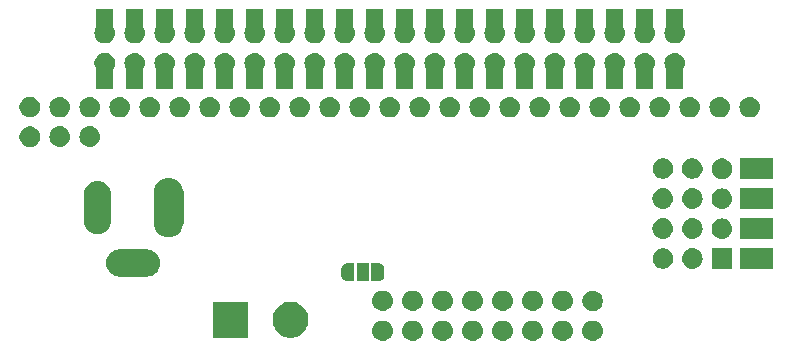
<source format=gbr>
G04 #@! TF.GenerationSoftware,KiCad,Pcbnew,(5.0.2)-1*
G04 #@! TF.CreationDate,2019-03-11T08:48:57-06:00*
G04 #@! TF.ProjectId,led_pi_board,6c65645f-7069-45f6-926f-6172642e6b69,rev?*
G04 #@! TF.SameCoordinates,Original*
G04 #@! TF.FileFunction,Soldermask,Bot*
G04 #@! TF.FilePolarity,Negative*
%FSLAX46Y46*%
G04 Gerber Fmt 4.6, Leading zero omitted, Abs format (unit mm)*
G04 Created by KiCad (PCBNEW (5.0.2)-1) date 3/11/2019 8:48:57 AM*
%MOMM*%
%LPD*%
G01*
G04 APERTURE LIST*
%ADD10C,0.100000*%
G04 APERTURE END LIST*
D10*
G36*
X132040549Y-126582588D02*
X132204545Y-126632336D01*
X132355685Y-126713122D01*
X132488160Y-126821840D01*
X132596878Y-126954315D01*
X132677664Y-127105455D01*
X132727412Y-127269451D01*
X132744209Y-127440000D01*
X132727412Y-127610549D01*
X132677664Y-127774545D01*
X132596878Y-127925685D01*
X132488160Y-128058160D01*
X132355685Y-128166878D01*
X132204545Y-128247664D01*
X132040549Y-128297412D01*
X131912738Y-128310000D01*
X131827262Y-128310000D01*
X131699451Y-128297412D01*
X131535455Y-128247664D01*
X131384315Y-128166878D01*
X131251840Y-128058160D01*
X131143122Y-127925685D01*
X131062336Y-127774545D01*
X131012588Y-127610549D01*
X130995791Y-127440000D01*
X131012588Y-127269451D01*
X131062336Y-127105455D01*
X131143122Y-126954315D01*
X131251840Y-126821840D01*
X131384315Y-126713122D01*
X131535455Y-126632336D01*
X131699451Y-126582588D01*
X131827262Y-126570000D01*
X131912738Y-126570000D01*
X132040549Y-126582588D01*
X132040549Y-126582588D01*
G37*
G36*
X147280549Y-126582588D02*
X147444545Y-126632336D01*
X147595685Y-126713122D01*
X147728160Y-126821840D01*
X147836878Y-126954315D01*
X147917664Y-127105455D01*
X147967412Y-127269451D01*
X147984209Y-127440000D01*
X147967412Y-127610549D01*
X147917664Y-127774545D01*
X147836878Y-127925685D01*
X147728160Y-128058160D01*
X147595685Y-128166878D01*
X147444545Y-128247664D01*
X147280549Y-128297412D01*
X147152738Y-128310000D01*
X147067262Y-128310000D01*
X146939451Y-128297412D01*
X146775455Y-128247664D01*
X146624315Y-128166878D01*
X146491840Y-128058160D01*
X146383122Y-127925685D01*
X146302336Y-127774545D01*
X146252588Y-127610549D01*
X146235791Y-127440000D01*
X146252588Y-127269451D01*
X146302336Y-127105455D01*
X146383122Y-126954315D01*
X146491840Y-126821840D01*
X146624315Y-126713122D01*
X146775455Y-126632336D01*
X146939451Y-126582588D01*
X147067262Y-126570000D01*
X147152738Y-126570000D01*
X147280549Y-126582588D01*
X147280549Y-126582588D01*
G37*
G36*
X144740549Y-126582588D02*
X144904545Y-126632336D01*
X145055685Y-126713122D01*
X145188160Y-126821840D01*
X145296878Y-126954315D01*
X145377664Y-127105455D01*
X145427412Y-127269451D01*
X145444209Y-127440000D01*
X145427412Y-127610549D01*
X145377664Y-127774545D01*
X145296878Y-127925685D01*
X145188160Y-128058160D01*
X145055685Y-128166878D01*
X144904545Y-128247664D01*
X144740549Y-128297412D01*
X144612738Y-128310000D01*
X144527262Y-128310000D01*
X144399451Y-128297412D01*
X144235455Y-128247664D01*
X144084315Y-128166878D01*
X143951840Y-128058160D01*
X143843122Y-127925685D01*
X143762336Y-127774545D01*
X143712588Y-127610549D01*
X143695791Y-127440000D01*
X143712588Y-127269451D01*
X143762336Y-127105455D01*
X143843122Y-126954315D01*
X143951840Y-126821840D01*
X144084315Y-126713122D01*
X144235455Y-126632336D01*
X144399451Y-126582588D01*
X144527262Y-126570000D01*
X144612738Y-126570000D01*
X144740549Y-126582588D01*
X144740549Y-126582588D01*
G37*
G36*
X142200549Y-126582588D02*
X142364545Y-126632336D01*
X142515685Y-126713122D01*
X142648160Y-126821840D01*
X142756878Y-126954315D01*
X142837664Y-127105455D01*
X142887412Y-127269451D01*
X142904209Y-127440000D01*
X142887412Y-127610549D01*
X142837664Y-127774545D01*
X142756878Y-127925685D01*
X142648160Y-128058160D01*
X142515685Y-128166878D01*
X142364545Y-128247664D01*
X142200549Y-128297412D01*
X142072738Y-128310000D01*
X141987262Y-128310000D01*
X141859451Y-128297412D01*
X141695455Y-128247664D01*
X141544315Y-128166878D01*
X141411840Y-128058160D01*
X141303122Y-127925685D01*
X141222336Y-127774545D01*
X141172588Y-127610549D01*
X141155791Y-127440000D01*
X141172588Y-127269451D01*
X141222336Y-127105455D01*
X141303122Y-126954315D01*
X141411840Y-126821840D01*
X141544315Y-126713122D01*
X141695455Y-126632336D01*
X141859451Y-126582588D01*
X141987262Y-126570000D01*
X142072738Y-126570000D01*
X142200549Y-126582588D01*
X142200549Y-126582588D01*
G37*
G36*
X149820549Y-126582588D02*
X149984545Y-126632336D01*
X150135685Y-126713122D01*
X150268160Y-126821840D01*
X150376878Y-126954315D01*
X150457664Y-127105455D01*
X150507412Y-127269451D01*
X150524209Y-127440000D01*
X150507412Y-127610549D01*
X150457664Y-127774545D01*
X150376878Y-127925685D01*
X150268160Y-128058160D01*
X150135685Y-128166878D01*
X149984545Y-128247664D01*
X149820549Y-128297412D01*
X149692738Y-128310000D01*
X149607262Y-128310000D01*
X149479451Y-128297412D01*
X149315455Y-128247664D01*
X149164315Y-128166878D01*
X149031840Y-128058160D01*
X148923122Y-127925685D01*
X148842336Y-127774545D01*
X148792588Y-127610549D01*
X148775791Y-127440000D01*
X148792588Y-127269451D01*
X148842336Y-127105455D01*
X148923122Y-126954315D01*
X149031840Y-126821840D01*
X149164315Y-126713122D01*
X149315455Y-126632336D01*
X149479451Y-126582588D01*
X149607262Y-126570000D01*
X149692738Y-126570000D01*
X149820549Y-126582588D01*
X149820549Y-126582588D01*
G37*
G36*
X137120549Y-126582588D02*
X137284545Y-126632336D01*
X137435685Y-126713122D01*
X137568160Y-126821840D01*
X137676878Y-126954315D01*
X137757664Y-127105455D01*
X137807412Y-127269451D01*
X137824209Y-127440000D01*
X137807412Y-127610549D01*
X137757664Y-127774545D01*
X137676878Y-127925685D01*
X137568160Y-128058160D01*
X137435685Y-128166878D01*
X137284545Y-128247664D01*
X137120549Y-128297412D01*
X136992738Y-128310000D01*
X136907262Y-128310000D01*
X136779451Y-128297412D01*
X136615455Y-128247664D01*
X136464315Y-128166878D01*
X136331840Y-128058160D01*
X136223122Y-127925685D01*
X136142336Y-127774545D01*
X136092588Y-127610549D01*
X136075791Y-127440000D01*
X136092588Y-127269451D01*
X136142336Y-127105455D01*
X136223122Y-126954315D01*
X136331840Y-126821840D01*
X136464315Y-126713122D01*
X136615455Y-126632336D01*
X136779451Y-126582588D01*
X136907262Y-126570000D01*
X136992738Y-126570000D01*
X137120549Y-126582588D01*
X137120549Y-126582588D01*
G37*
G36*
X134580549Y-126582588D02*
X134744545Y-126632336D01*
X134895685Y-126713122D01*
X135028160Y-126821840D01*
X135136878Y-126954315D01*
X135217664Y-127105455D01*
X135267412Y-127269451D01*
X135284209Y-127440000D01*
X135267412Y-127610549D01*
X135217664Y-127774545D01*
X135136878Y-127925685D01*
X135028160Y-128058160D01*
X134895685Y-128166878D01*
X134744545Y-128247664D01*
X134580549Y-128297412D01*
X134452738Y-128310000D01*
X134367262Y-128310000D01*
X134239451Y-128297412D01*
X134075455Y-128247664D01*
X133924315Y-128166878D01*
X133791840Y-128058160D01*
X133683122Y-127925685D01*
X133602336Y-127774545D01*
X133552588Y-127610549D01*
X133535791Y-127440000D01*
X133552588Y-127269451D01*
X133602336Y-127105455D01*
X133683122Y-126954315D01*
X133791840Y-126821840D01*
X133924315Y-126713122D01*
X134075455Y-126632336D01*
X134239451Y-126582588D01*
X134367262Y-126570000D01*
X134452738Y-126570000D01*
X134580549Y-126582588D01*
X134580549Y-126582588D01*
G37*
G36*
X139660549Y-126582588D02*
X139824545Y-126632336D01*
X139975685Y-126713122D01*
X140108160Y-126821840D01*
X140216878Y-126954315D01*
X140297664Y-127105455D01*
X140347412Y-127269451D01*
X140364209Y-127440000D01*
X140347412Y-127610549D01*
X140297664Y-127774545D01*
X140216878Y-127925685D01*
X140108160Y-128058160D01*
X139975685Y-128166878D01*
X139824545Y-128247664D01*
X139660549Y-128297412D01*
X139532738Y-128310000D01*
X139447262Y-128310000D01*
X139319451Y-128297412D01*
X139155455Y-128247664D01*
X139004315Y-128166878D01*
X138871840Y-128058160D01*
X138763122Y-127925685D01*
X138682336Y-127774545D01*
X138632588Y-127610549D01*
X138615791Y-127440000D01*
X138632588Y-127269451D01*
X138682336Y-127105455D01*
X138763122Y-126954315D01*
X138871840Y-126821840D01*
X139004315Y-126713122D01*
X139155455Y-126632336D01*
X139319451Y-126582588D01*
X139447262Y-126570000D01*
X139532738Y-126570000D01*
X139660549Y-126582588D01*
X139660549Y-126582588D01*
G37*
G36*
X124523368Y-125038412D02*
X124799990Y-125152993D01*
X124922041Y-125234545D01*
X125048946Y-125319340D01*
X125260660Y-125531054D01*
X125260661Y-125531056D01*
X125427007Y-125780010D01*
X125541588Y-126056632D01*
X125600000Y-126350293D01*
X125600000Y-126649707D01*
X125541588Y-126943368D01*
X125427007Y-127219990D01*
X125393958Y-127269451D01*
X125260660Y-127468946D01*
X125048946Y-127680660D01*
X124965585Y-127736360D01*
X124799990Y-127847007D01*
X124523368Y-127961588D01*
X124229708Y-128020000D01*
X123930292Y-128020000D01*
X123636632Y-127961588D01*
X123360010Y-127847007D01*
X123194415Y-127736360D01*
X123111054Y-127680660D01*
X122899340Y-127468946D01*
X122766042Y-127269451D01*
X122732993Y-127219990D01*
X122618412Y-126943368D01*
X122560000Y-126649707D01*
X122560000Y-126350293D01*
X122618412Y-126056632D01*
X122732993Y-125780010D01*
X122899339Y-125531056D01*
X122899340Y-125531054D01*
X123111054Y-125319340D01*
X123237959Y-125234545D01*
X123360010Y-125152993D01*
X123636632Y-125038412D01*
X123930292Y-124980000D01*
X124229708Y-124980000D01*
X124523368Y-125038412D01*
X124523368Y-125038412D01*
G37*
G36*
X120520000Y-128020000D02*
X117480000Y-128020000D01*
X117480000Y-124980000D01*
X120520000Y-124980000D01*
X120520000Y-128020000D01*
X120520000Y-128020000D01*
G37*
G36*
X144740549Y-124042588D02*
X144904545Y-124092336D01*
X145055685Y-124173122D01*
X145188160Y-124281840D01*
X145296878Y-124414315D01*
X145377664Y-124565455D01*
X145427412Y-124729451D01*
X145444209Y-124900000D01*
X145427412Y-125070549D01*
X145377664Y-125234545D01*
X145296878Y-125385685D01*
X145188160Y-125518160D01*
X145055685Y-125626878D01*
X144904545Y-125707664D01*
X144740549Y-125757412D01*
X144612738Y-125770000D01*
X144527262Y-125770000D01*
X144399451Y-125757412D01*
X144235455Y-125707664D01*
X144084315Y-125626878D01*
X143951840Y-125518160D01*
X143843122Y-125385685D01*
X143762336Y-125234545D01*
X143712588Y-125070549D01*
X143695791Y-124900000D01*
X143712588Y-124729451D01*
X143762336Y-124565455D01*
X143843122Y-124414315D01*
X143951840Y-124281840D01*
X144084315Y-124173122D01*
X144235455Y-124092336D01*
X144399451Y-124042588D01*
X144527262Y-124030000D01*
X144612738Y-124030000D01*
X144740549Y-124042588D01*
X144740549Y-124042588D01*
G37*
G36*
X149903770Y-124063433D02*
X150062100Y-124129016D01*
X150204593Y-124224227D01*
X150325773Y-124345407D01*
X150420984Y-124487900D01*
X150486567Y-124646230D01*
X150520000Y-124814312D01*
X150520000Y-124985688D01*
X150486567Y-125153770D01*
X150420984Y-125312100D01*
X150325773Y-125454593D01*
X150204593Y-125575773D01*
X150062100Y-125670984D01*
X149903770Y-125736567D01*
X149735688Y-125770000D01*
X149564312Y-125770000D01*
X149396230Y-125736567D01*
X149237900Y-125670984D01*
X149095407Y-125575773D01*
X148974227Y-125454593D01*
X148879016Y-125312100D01*
X148813433Y-125153770D01*
X148780000Y-124985688D01*
X148780000Y-124814312D01*
X148813433Y-124646230D01*
X148879016Y-124487900D01*
X148974227Y-124345407D01*
X149095407Y-124224227D01*
X149237900Y-124129016D01*
X149396230Y-124063433D01*
X149564312Y-124030000D01*
X149735688Y-124030000D01*
X149903770Y-124063433D01*
X149903770Y-124063433D01*
G37*
G36*
X142200549Y-124042588D02*
X142364545Y-124092336D01*
X142515685Y-124173122D01*
X142648160Y-124281840D01*
X142756878Y-124414315D01*
X142837664Y-124565455D01*
X142887412Y-124729451D01*
X142904209Y-124900000D01*
X142887412Y-125070549D01*
X142837664Y-125234545D01*
X142756878Y-125385685D01*
X142648160Y-125518160D01*
X142515685Y-125626878D01*
X142364545Y-125707664D01*
X142200549Y-125757412D01*
X142072738Y-125770000D01*
X141987262Y-125770000D01*
X141859451Y-125757412D01*
X141695455Y-125707664D01*
X141544315Y-125626878D01*
X141411840Y-125518160D01*
X141303122Y-125385685D01*
X141222336Y-125234545D01*
X141172588Y-125070549D01*
X141155791Y-124900000D01*
X141172588Y-124729451D01*
X141222336Y-124565455D01*
X141303122Y-124414315D01*
X141411840Y-124281840D01*
X141544315Y-124173122D01*
X141695455Y-124092336D01*
X141859451Y-124042588D01*
X141987262Y-124030000D01*
X142072738Y-124030000D01*
X142200549Y-124042588D01*
X142200549Y-124042588D01*
G37*
G36*
X139660549Y-124042588D02*
X139824545Y-124092336D01*
X139975685Y-124173122D01*
X140108160Y-124281840D01*
X140216878Y-124414315D01*
X140297664Y-124565455D01*
X140347412Y-124729451D01*
X140364209Y-124900000D01*
X140347412Y-125070549D01*
X140297664Y-125234545D01*
X140216878Y-125385685D01*
X140108160Y-125518160D01*
X139975685Y-125626878D01*
X139824545Y-125707664D01*
X139660549Y-125757412D01*
X139532738Y-125770000D01*
X139447262Y-125770000D01*
X139319451Y-125757412D01*
X139155455Y-125707664D01*
X139004315Y-125626878D01*
X138871840Y-125518160D01*
X138763122Y-125385685D01*
X138682336Y-125234545D01*
X138632588Y-125070549D01*
X138615791Y-124900000D01*
X138632588Y-124729451D01*
X138682336Y-124565455D01*
X138763122Y-124414315D01*
X138871840Y-124281840D01*
X139004315Y-124173122D01*
X139155455Y-124092336D01*
X139319451Y-124042588D01*
X139447262Y-124030000D01*
X139532738Y-124030000D01*
X139660549Y-124042588D01*
X139660549Y-124042588D01*
G37*
G36*
X137120549Y-124042588D02*
X137284545Y-124092336D01*
X137435685Y-124173122D01*
X137568160Y-124281840D01*
X137676878Y-124414315D01*
X137757664Y-124565455D01*
X137807412Y-124729451D01*
X137824209Y-124900000D01*
X137807412Y-125070549D01*
X137757664Y-125234545D01*
X137676878Y-125385685D01*
X137568160Y-125518160D01*
X137435685Y-125626878D01*
X137284545Y-125707664D01*
X137120549Y-125757412D01*
X136992738Y-125770000D01*
X136907262Y-125770000D01*
X136779451Y-125757412D01*
X136615455Y-125707664D01*
X136464315Y-125626878D01*
X136331840Y-125518160D01*
X136223122Y-125385685D01*
X136142336Y-125234545D01*
X136092588Y-125070549D01*
X136075791Y-124900000D01*
X136092588Y-124729451D01*
X136142336Y-124565455D01*
X136223122Y-124414315D01*
X136331840Y-124281840D01*
X136464315Y-124173122D01*
X136615455Y-124092336D01*
X136779451Y-124042588D01*
X136907262Y-124030000D01*
X136992738Y-124030000D01*
X137120549Y-124042588D01*
X137120549Y-124042588D01*
G37*
G36*
X134580549Y-124042588D02*
X134744545Y-124092336D01*
X134895685Y-124173122D01*
X135028160Y-124281840D01*
X135136878Y-124414315D01*
X135217664Y-124565455D01*
X135267412Y-124729451D01*
X135284209Y-124900000D01*
X135267412Y-125070549D01*
X135217664Y-125234545D01*
X135136878Y-125385685D01*
X135028160Y-125518160D01*
X134895685Y-125626878D01*
X134744545Y-125707664D01*
X134580549Y-125757412D01*
X134452738Y-125770000D01*
X134367262Y-125770000D01*
X134239451Y-125757412D01*
X134075455Y-125707664D01*
X133924315Y-125626878D01*
X133791840Y-125518160D01*
X133683122Y-125385685D01*
X133602336Y-125234545D01*
X133552588Y-125070549D01*
X133535791Y-124900000D01*
X133552588Y-124729451D01*
X133602336Y-124565455D01*
X133683122Y-124414315D01*
X133791840Y-124281840D01*
X133924315Y-124173122D01*
X134075455Y-124092336D01*
X134239451Y-124042588D01*
X134367262Y-124030000D01*
X134452738Y-124030000D01*
X134580549Y-124042588D01*
X134580549Y-124042588D01*
G37*
G36*
X132040549Y-124042588D02*
X132204545Y-124092336D01*
X132355685Y-124173122D01*
X132488160Y-124281840D01*
X132596878Y-124414315D01*
X132677664Y-124565455D01*
X132727412Y-124729451D01*
X132744209Y-124900000D01*
X132727412Y-125070549D01*
X132677664Y-125234545D01*
X132596878Y-125385685D01*
X132488160Y-125518160D01*
X132355685Y-125626878D01*
X132204545Y-125707664D01*
X132040549Y-125757412D01*
X131912738Y-125770000D01*
X131827262Y-125770000D01*
X131699451Y-125757412D01*
X131535455Y-125707664D01*
X131384315Y-125626878D01*
X131251840Y-125518160D01*
X131143122Y-125385685D01*
X131062336Y-125234545D01*
X131012588Y-125070549D01*
X130995791Y-124900000D01*
X131012588Y-124729451D01*
X131062336Y-124565455D01*
X131143122Y-124414315D01*
X131251840Y-124281840D01*
X131384315Y-124173122D01*
X131535455Y-124092336D01*
X131699451Y-124042588D01*
X131827262Y-124030000D01*
X131912738Y-124030000D01*
X132040549Y-124042588D01*
X132040549Y-124042588D01*
G37*
G36*
X147280549Y-124042588D02*
X147444545Y-124092336D01*
X147595685Y-124173122D01*
X147728160Y-124281840D01*
X147836878Y-124414315D01*
X147917664Y-124565455D01*
X147967412Y-124729451D01*
X147984209Y-124900000D01*
X147967412Y-125070549D01*
X147917664Y-125234545D01*
X147836878Y-125385685D01*
X147728160Y-125518160D01*
X147595685Y-125626878D01*
X147444545Y-125707664D01*
X147280549Y-125757412D01*
X147152738Y-125770000D01*
X147067262Y-125770000D01*
X146939451Y-125757412D01*
X146775455Y-125707664D01*
X146624315Y-125626878D01*
X146491840Y-125518160D01*
X146383122Y-125385685D01*
X146302336Y-125234545D01*
X146252588Y-125070549D01*
X146235791Y-124900000D01*
X146252588Y-124729451D01*
X146302336Y-124565455D01*
X146383122Y-124414315D01*
X146491840Y-124281840D01*
X146624315Y-124173122D01*
X146775455Y-124092336D01*
X146939451Y-124042588D01*
X147067262Y-124030000D01*
X147152738Y-124030000D01*
X147280549Y-124042588D01*
X147280549Y-124042588D01*
G37*
G36*
X131499999Y-121704903D02*
X131500000Y-121704903D01*
X131503921Y-121705289D01*
X131503923Y-121705290D01*
X131507744Y-121705666D01*
X131517204Y-121707069D01*
X131546552Y-121707069D01*
X131549007Y-121707311D01*
X131549009Y-121707311D01*
X131552930Y-121707697D01*
X131552937Y-121707698D01*
X131555388Y-121707940D01*
X131646695Y-121726102D01*
X131649052Y-121726817D01*
X131649063Y-121726819D01*
X131652833Y-121727963D01*
X131652837Y-121727965D01*
X131655199Y-121728681D01*
X131741216Y-121764310D01*
X131749037Y-121768490D01*
X131826454Y-121820219D01*
X131828362Y-121821785D01*
X131831408Y-121824284D01*
X131831411Y-121824287D01*
X131833318Y-121825852D01*
X131899148Y-121891682D01*
X131900713Y-121893589D01*
X131900716Y-121893592D01*
X131902583Y-121895868D01*
X131904781Y-121898546D01*
X131956510Y-121975963D01*
X131960690Y-121983784D01*
X131996319Y-122069801D01*
X131997035Y-122072163D01*
X131997037Y-122072167D01*
X131998181Y-122075937D01*
X131998183Y-122075948D01*
X131998898Y-122078305D01*
X132017060Y-122169612D01*
X132017302Y-122172063D01*
X132017303Y-122172070D01*
X132017689Y-122175991D01*
X132017931Y-122178448D01*
X132017931Y-122207796D01*
X132019334Y-122217256D01*
X132020339Y-122227457D01*
X132020339Y-122722543D01*
X132019334Y-122732744D01*
X132017931Y-122742204D01*
X132017931Y-122771552D01*
X132017689Y-122774007D01*
X132017689Y-122774009D01*
X132017303Y-122777930D01*
X132017302Y-122777937D01*
X132017060Y-122780388D01*
X131998898Y-122871695D01*
X131998183Y-122874052D01*
X131998181Y-122874063D01*
X131997037Y-122877833D01*
X131996319Y-122880199D01*
X131960690Y-122966216D01*
X131956510Y-122974037D01*
X131904781Y-123051454D01*
X131903215Y-123053362D01*
X131900716Y-123056408D01*
X131900713Y-123056411D01*
X131899148Y-123058318D01*
X131833318Y-123124148D01*
X131831411Y-123125713D01*
X131831408Y-123125716D01*
X131829132Y-123127583D01*
X131826454Y-123129781D01*
X131749037Y-123181510D01*
X131741216Y-123185690D01*
X131655199Y-123221319D01*
X131652837Y-123222035D01*
X131652833Y-123222037D01*
X131649063Y-123223181D01*
X131649052Y-123223183D01*
X131646695Y-123223898D01*
X131555388Y-123242060D01*
X131552937Y-123242302D01*
X131552930Y-123242303D01*
X131549009Y-123242689D01*
X131549007Y-123242689D01*
X131546552Y-123242931D01*
X131517204Y-123242931D01*
X131507744Y-123244334D01*
X131503923Y-123244710D01*
X131503921Y-123244711D01*
X131500000Y-123245097D01*
X131499999Y-123245097D01*
X131497543Y-123245339D01*
X130952457Y-123245339D01*
X130946079Y-123244711D01*
X130942310Y-123243568D01*
X130938833Y-123241709D01*
X130935789Y-123239211D01*
X130933291Y-123236167D01*
X130931432Y-123232690D01*
X130930289Y-123228921D01*
X130929661Y-123222543D01*
X130929661Y-121727457D01*
X130930289Y-121721079D01*
X130931432Y-121717310D01*
X130933291Y-121713833D01*
X130935789Y-121710789D01*
X130938833Y-121708291D01*
X130942310Y-121706432D01*
X130946079Y-121705289D01*
X130952457Y-121704661D01*
X131497543Y-121704661D01*
X131499999Y-121704903D01*
X131499999Y-121704903D01*
G37*
G36*
X129453921Y-121705289D02*
X129457690Y-121706432D01*
X129461167Y-121708291D01*
X129464211Y-121710789D01*
X129466709Y-121713833D01*
X129468568Y-121717310D01*
X129469711Y-121721079D01*
X129470339Y-121727457D01*
X129470339Y-123222543D01*
X129469711Y-123228921D01*
X129468568Y-123232690D01*
X129466709Y-123236167D01*
X129464211Y-123239211D01*
X129461167Y-123241709D01*
X129457690Y-123243568D01*
X129453921Y-123244711D01*
X129447543Y-123245339D01*
X128902457Y-123245339D01*
X128900001Y-123245097D01*
X128900000Y-123245097D01*
X128896079Y-123244711D01*
X128896077Y-123244710D01*
X128892256Y-123244334D01*
X128882796Y-123242931D01*
X128853448Y-123242931D01*
X128850993Y-123242689D01*
X128850991Y-123242689D01*
X128847070Y-123242303D01*
X128847063Y-123242302D01*
X128844612Y-123242060D01*
X128753305Y-123223898D01*
X128750948Y-123223183D01*
X128750937Y-123223181D01*
X128747167Y-123222037D01*
X128747163Y-123222035D01*
X128744801Y-123221319D01*
X128658784Y-123185690D01*
X128650963Y-123181510D01*
X128573546Y-123129781D01*
X128570868Y-123127583D01*
X128568592Y-123125716D01*
X128568589Y-123125713D01*
X128566682Y-123124148D01*
X128500852Y-123058318D01*
X128499287Y-123056411D01*
X128499284Y-123056408D01*
X128496785Y-123053362D01*
X128495219Y-123051454D01*
X128443490Y-122974037D01*
X128439310Y-122966216D01*
X128403681Y-122880199D01*
X128402963Y-122877833D01*
X128401819Y-122874063D01*
X128401817Y-122874052D01*
X128401102Y-122871695D01*
X128382940Y-122780388D01*
X128382698Y-122777937D01*
X128382697Y-122777930D01*
X128382311Y-122774009D01*
X128382311Y-122774007D01*
X128382069Y-122771552D01*
X128382069Y-122742204D01*
X128380666Y-122732744D01*
X128379661Y-122722543D01*
X128379661Y-122227457D01*
X128380666Y-122217256D01*
X128382069Y-122207796D01*
X128382069Y-122178448D01*
X128382311Y-122175991D01*
X128382697Y-122172070D01*
X128382698Y-122172063D01*
X128382940Y-122169612D01*
X128401102Y-122078305D01*
X128401817Y-122075948D01*
X128401819Y-122075937D01*
X128402963Y-122072167D01*
X128402965Y-122072163D01*
X128403681Y-122069801D01*
X128439310Y-121983784D01*
X128443490Y-121975963D01*
X128495219Y-121898546D01*
X128497417Y-121895868D01*
X128499284Y-121893592D01*
X128499287Y-121893589D01*
X128500852Y-121891682D01*
X128566682Y-121825852D01*
X128568589Y-121824287D01*
X128568592Y-121824284D01*
X128571638Y-121821785D01*
X128573546Y-121820219D01*
X128650963Y-121768490D01*
X128658784Y-121764310D01*
X128744801Y-121728681D01*
X128747163Y-121727965D01*
X128747167Y-121727963D01*
X128750937Y-121726819D01*
X128750948Y-121726817D01*
X128753305Y-121726102D01*
X128844612Y-121707940D01*
X128847063Y-121707698D01*
X128847070Y-121707697D01*
X128850991Y-121707311D01*
X128850993Y-121707311D01*
X128853448Y-121707069D01*
X128882796Y-121707069D01*
X128892256Y-121705666D01*
X128896077Y-121705290D01*
X128896079Y-121705289D01*
X128900000Y-121704903D01*
X128900001Y-121704903D01*
X128902457Y-121704661D01*
X129447543Y-121704661D01*
X129453921Y-121705289D01*
X129453921Y-121705289D01*
G37*
G36*
X130720000Y-123245000D02*
X129680000Y-123245000D01*
X129680000Y-121705000D01*
X130720000Y-121705000D01*
X130720000Y-123245000D01*
X130720000Y-123245000D01*
G37*
G36*
X112099459Y-120571567D02*
X112315292Y-120637039D01*
X112514207Y-120743361D01*
X112688555Y-120886445D01*
X112831639Y-121060793D01*
X112937961Y-121259708D01*
X113003433Y-121475541D01*
X113025540Y-121700000D01*
X113003433Y-121924459D01*
X112937961Y-122140292D01*
X112831639Y-122339207D01*
X112688555Y-122513555D01*
X112514207Y-122656639D01*
X112315292Y-122762961D01*
X112099459Y-122828433D01*
X111931251Y-122845000D01*
X109568749Y-122845000D01*
X109400541Y-122828433D01*
X109184708Y-122762961D01*
X108985793Y-122656639D01*
X108811445Y-122513555D01*
X108668361Y-122339207D01*
X108562039Y-122140292D01*
X108496567Y-121924459D01*
X108474460Y-121700000D01*
X108496567Y-121475541D01*
X108562039Y-121259708D01*
X108668361Y-121060793D01*
X108811445Y-120886445D01*
X108985793Y-120743361D01*
X109184708Y-120637039D01*
X109400541Y-120571567D01*
X109568749Y-120555000D01*
X111931251Y-120555000D01*
X112099459Y-120571567D01*
X112099459Y-120571567D01*
G37*
G36*
X164945000Y-122190000D02*
X164020000Y-122190000D01*
X164010245Y-122190961D01*
X164000866Y-122193806D01*
X163992221Y-122198427D01*
X163984645Y-122204645D01*
X163983533Y-122206000D01*
X162216467Y-122206000D01*
X162215355Y-122204645D01*
X162207779Y-122198427D01*
X162199134Y-122193806D01*
X162189755Y-122190961D01*
X162180000Y-122190000D01*
X162155000Y-122190000D01*
X162155000Y-120450000D01*
X164945000Y-120450000D01*
X164945000Y-122190000D01*
X164945000Y-122190000D01*
G37*
G36*
X161470000Y-122206000D02*
X159730000Y-122206000D01*
X159730000Y-120466000D01*
X161470000Y-120466000D01*
X161470000Y-122206000D01*
X161470000Y-122206000D01*
G37*
G36*
X155853770Y-120483433D02*
X156012100Y-120549016D01*
X156154593Y-120644227D01*
X156275773Y-120765407D01*
X156370984Y-120907900D01*
X156436567Y-121066230D01*
X156470000Y-121234312D01*
X156470000Y-121405688D01*
X156436567Y-121573770D01*
X156370984Y-121732100D01*
X156275773Y-121874593D01*
X156154593Y-121995773D01*
X156012100Y-122090984D01*
X155853770Y-122156567D01*
X155685688Y-122190000D01*
X155514312Y-122190000D01*
X155346230Y-122156567D01*
X155187900Y-122090984D01*
X155045407Y-121995773D01*
X154924227Y-121874593D01*
X154829016Y-121732100D01*
X154763433Y-121573770D01*
X154730000Y-121405688D01*
X154730000Y-121234312D01*
X154763433Y-121066230D01*
X154829016Y-120907900D01*
X154924227Y-120765407D01*
X155045407Y-120644227D01*
X155187900Y-120549016D01*
X155346230Y-120483433D01*
X155514312Y-120450000D01*
X155685688Y-120450000D01*
X155853770Y-120483433D01*
X155853770Y-120483433D01*
G37*
G36*
X158270549Y-120462588D02*
X158434545Y-120512336D01*
X158585685Y-120593122D01*
X158718160Y-120701840D01*
X158826878Y-120834315D01*
X158907664Y-120985455D01*
X158957412Y-121149451D01*
X158974209Y-121320000D01*
X158957412Y-121490549D01*
X158907664Y-121654545D01*
X158826878Y-121805685D01*
X158718160Y-121938160D01*
X158585685Y-122046878D01*
X158434545Y-122127664D01*
X158270549Y-122177412D01*
X158142738Y-122190000D01*
X158057262Y-122190000D01*
X157929451Y-122177412D01*
X157765455Y-122127664D01*
X157614315Y-122046878D01*
X157481840Y-121938160D01*
X157373122Y-121805685D01*
X157292336Y-121654545D01*
X157242588Y-121490549D01*
X157225791Y-121320000D01*
X157242588Y-121149451D01*
X157292336Y-120985455D01*
X157373122Y-120834315D01*
X157481840Y-120701840D01*
X157614315Y-120593122D01*
X157765455Y-120512336D01*
X157929451Y-120462588D01*
X158057262Y-120450000D01*
X158142738Y-120450000D01*
X158270549Y-120462588D01*
X158270549Y-120462588D01*
G37*
G36*
X160770549Y-117938588D02*
X160934545Y-117988336D01*
X161085685Y-118069122D01*
X161218160Y-118177840D01*
X161326878Y-118310315D01*
X161407664Y-118461455D01*
X161457412Y-118625451D01*
X161474209Y-118796000D01*
X161457412Y-118966549D01*
X161407664Y-119130545D01*
X161326878Y-119281685D01*
X161218160Y-119414160D01*
X161085685Y-119522878D01*
X160934545Y-119603664D01*
X160770549Y-119653412D01*
X160642738Y-119666000D01*
X160557262Y-119666000D01*
X160429451Y-119653412D01*
X160265455Y-119603664D01*
X160114315Y-119522878D01*
X159981840Y-119414160D01*
X159873122Y-119281685D01*
X159792336Y-119130545D01*
X159742588Y-118966549D01*
X159725791Y-118796000D01*
X159742588Y-118625451D01*
X159792336Y-118461455D01*
X159873122Y-118310315D01*
X159981840Y-118177840D01*
X160114315Y-118069122D01*
X160265455Y-117988336D01*
X160429451Y-117938588D01*
X160557262Y-117926000D01*
X160642738Y-117926000D01*
X160770549Y-117938588D01*
X160770549Y-117938588D01*
G37*
G36*
X164940000Y-119650000D02*
X163289212Y-119650000D01*
X163279457Y-119650961D01*
X163274698Y-119652153D01*
X163270549Y-119653412D01*
X163142738Y-119666000D01*
X163057262Y-119666000D01*
X162929451Y-119653412D01*
X162925302Y-119652153D01*
X162915689Y-119650241D01*
X162910788Y-119650000D01*
X162160000Y-119650000D01*
X162160000Y-117910000D01*
X164940000Y-117910000D01*
X164940000Y-119650000D01*
X164940000Y-119650000D01*
G37*
G36*
X155770549Y-117922588D02*
X155934545Y-117972336D01*
X156085685Y-118053122D01*
X156218160Y-118161840D01*
X156326878Y-118294315D01*
X156407664Y-118445455D01*
X156457412Y-118609451D01*
X156474209Y-118780000D01*
X156457412Y-118950549D01*
X156407664Y-119114545D01*
X156326878Y-119265685D01*
X156218160Y-119398160D01*
X156085685Y-119506878D01*
X155934545Y-119587664D01*
X155770549Y-119637412D01*
X155642738Y-119650000D01*
X155557262Y-119650000D01*
X155429451Y-119637412D01*
X155265455Y-119587664D01*
X155114315Y-119506878D01*
X154981840Y-119398160D01*
X154873122Y-119265685D01*
X154792336Y-119114545D01*
X154742588Y-118950549D01*
X154725791Y-118780000D01*
X154742588Y-118609451D01*
X154792336Y-118445455D01*
X154873122Y-118294315D01*
X154981840Y-118161840D01*
X155114315Y-118053122D01*
X155265455Y-117972336D01*
X155429451Y-117922588D01*
X155557262Y-117910000D01*
X155642738Y-117910000D01*
X155770549Y-117922588D01*
X155770549Y-117922588D01*
G37*
G36*
X158270549Y-117922588D02*
X158434545Y-117972336D01*
X158585685Y-118053122D01*
X158718160Y-118161840D01*
X158826878Y-118294315D01*
X158907664Y-118445455D01*
X158957412Y-118609451D01*
X158974209Y-118780000D01*
X158957412Y-118950549D01*
X158907664Y-119114545D01*
X158826878Y-119265685D01*
X158718160Y-119398160D01*
X158585685Y-119506878D01*
X158434545Y-119587664D01*
X158270549Y-119637412D01*
X158142738Y-119650000D01*
X158057262Y-119650000D01*
X157929451Y-119637412D01*
X157765455Y-119587664D01*
X157614315Y-119506878D01*
X157481840Y-119398160D01*
X157373122Y-119265685D01*
X157292336Y-119114545D01*
X157242588Y-118950549D01*
X157225791Y-118780000D01*
X157242588Y-118609451D01*
X157292336Y-118445455D01*
X157373122Y-118294315D01*
X157481840Y-118161840D01*
X157614315Y-118053122D01*
X157765455Y-117972336D01*
X157929451Y-117922588D01*
X158057262Y-117910000D01*
X158142738Y-117910000D01*
X158270549Y-117922588D01*
X158270549Y-117922588D01*
G37*
G36*
X113998963Y-114498376D02*
X114238359Y-114570996D01*
X114458986Y-114688923D01*
X114652370Y-114847630D01*
X114811077Y-115041014D01*
X114929004Y-115261641D01*
X115001624Y-115501037D01*
X115020000Y-115687616D01*
X115020000Y-118312384D01*
X115001624Y-118498963D01*
X114929004Y-118738359D01*
X114811077Y-118958986D01*
X114652370Y-119152370D01*
X114458985Y-119311077D01*
X114238358Y-119429004D01*
X113998962Y-119501624D01*
X113750000Y-119526144D01*
X113501037Y-119501624D01*
X113261641Y-119429004D01*
X113041014Y-119311077D01*
X112847630Y-119152370D01*
X112688923Y-118958985D01*
X112570996Y-118738358D01*
X112498376Y-118498962D01*
X112480000Y-118312383D01*
X112480001Y-115687616D01*
X112498377Y-115501037D01*
X112570997Y-115261641D01*
X112688924Y-115041014D01*
X112847631Y-114847630D01*
X113041015Y-114688923D01*
X113261642Y-114570996D01*
X113501038Y-114498376D01*
X113750000Y-114473856D01*
X113998963Y-114498376D01*
X113998963Y-114498376D01*
G37*
G36*
X107974459Y-114746567D02*
X108190292Y-114812039D01*
X108389207Y-114918361D01*
X108563555Y-115061445D01*
X108706639Y-115235793D01*
X108812961Y-115434708D01*
X108878433Y-115650541D01*
X108895000Y-115818749D01*
X108895000Y-118181251D01*
X108878433Y-118349459D01*
X108812961Y-118565292D01*
X108706639Y-118764207D01*
X108615095Y-118875753D01*
X108563555Y-118938555D01*
X108425616Y-119051757D01*
X108389203Y-119081641D01*
X108190291Y-119187961D01*
X107974458Y-119253433D01*
X107750000Y-119275540D01*
X107525541Y-119253433D01*
X107309708Y-119187961D01*
X107110793Y-119081639D01*
X106961342Y-118958987D01*
X106936445Y-118938555D01*
X106806323Y-118780000D01*
X106793359Y-118764203D01*
X106687039Y-118565291D01*
X106621567Y-118349458D01*
X106605000Y-118181250D01*
X106605001Y-115818749D01*
X106621568Y-115650541D01*
X106687040Y-115434708D01*
X106793362Y-115235793D01*
X106936446Y-115061445D01*
X107110794Y-114918361D01*
X107309709Y-114812039D01*
X107525542Y-114746567D01*
X107750000Y-114724460D01*
X107974459Y-114746567D01*
X107974459Y-114746567D01*
G37*
G36*
X160770549Y-115398588D02*
X160934545Y-115448336D01*
X161085685Y-115529122D01*
X161218160Y-115637840D01*
X161326878Y-115770315D01*
X161407664Y-115921455D01*
X161457412Y-116085451D01*
X161474209Y-116256000D01*
X161457412Y-116426549D01*
X161407664Y-116590545D01*
X161326878Y-116741685D01*
X161218160Y-116874160D01*
X161085685Y-116982878D01*
X160934545Y-117063664D01*
X160770549Y-117113412D01*
X160642738Y-117126000D01*
X160557262Y-117126000D01*
X160429451Y-117113412D01*
X160265455Y-117063664D01*
X160114315Y-116982878D01*
X159981840Y-116874160D01*
X159873122Y-116741685D01*
X159792336Y-116590545D01*
X159742588Y-116426549D01*
X159725791Y-116256000D01*
X159742588Y-116085451D01*
X159792336Y-115921455D01*
X159873122Y-115770315D01*
X159981840Y-115637840D01*
X160114315Y-115529122D01*
X160265455Y-115448336D01*
X160429451Y-115398588D01*
X160557262Y-115386000D01*
X160642738Y-115386000D01*
X160770549Y-115398588D01*
X160770549Y-115398588D01*
G37*
G36*
X164945000Y-117110000D02*
X163289212Y-117110000D01*
X163279457Y-117110961D01*
X163274698Y-117112153D01*
X163270549Y-117113412D01*
X163142738Y-117126000D01*
X163057262Y-117126000D01*
X162929451Y-117113412D01*
X162925302Y-117112153D01*
X162915689Y-117110241D01*
X162910788Y-117110000D01*
X162155000Y-117110000D01*
X162155000Y-115370000D01*
X164945000Y-115370000D01*
X164945000Y-117110000D01*
X164945000Y-117110000D01*
G37*
G36*
X158270549Y-115382588D02*
X158434545Y-115432336D01*
X158585685Y-115513122D01*
X158718160Y-115621840D01*
X158826878Y-115754315D01*
X158907664Y-115905455D01*
X158957412Y-116069451D01*
X158974209Y-116240000D01*
X158957412Y-116410549D01*
X158907664Y-116574545D01*
X158826878Y-116725685D01*
X158718160Y-116858160D01*
X158585685Y-116966878D01*
X158434545Y-117047664D01*
X158270549Y-117097412D01*
X158142738Y-117110000D01*
X158057262Y-117110000D01*
X157929451Y-117097412D01*
X157765455Y-117047664D01*
X157614315Y-116966878D01*
X157481840Y-116858160D01*
X157373122Y-116725685D01*
X157292336Y-116574545D01*
X157242588Y-116410549D01*
X157225791Y-116240000D01*
X157242588Y-116069451D01*
X157292336Y-115905455D01*
X157373122Y-115754315D01*
X157481840Y-115621840D01*
X157614315Y-115513122D01*
X157765455Y-115432336D01*
X157929451Y-115382588D01*
X158057262Y-115370000D01*
X158142738Y-115370000D01*
X158270549Y-115382588D01*
X158270549Y-115382588D01*
G37*
G36*
X155770549Y-115382588D02*
X155934545Y-115432336D01*
X156085685Y-115513122D01*
X156218160Y-115621840D01*
X156326878Y-115754315D01*
X156407664Y-115905455D01*
X156457412Y-116069451D01*
X156474209Y-116240000D01*
X156457412Y-116410549D01*
X156407664Y-116574545D01*
X156326878Y-116725685D01*
X156218160Y-116858160D01*
X156085685Y-116966878D01*
X155934545Y-117047664D01*
X155770549Y-117097412D01*
X155642738Y-117110000D01*
X155557262Y-117110000D01*
X155429451Y-117097412D01*
X155265455Y-117047664D01*
X155114315Y-116966878D01*
X154981840Y-116858160D01*
X154873122Y-116725685D01*
X154792336Y-116574545D01*
X154742588Y-116410549D01*
X154725791Y-116240000D01*
X154742588Y-116069451D01*
X154792336Y-115905455D01*
X154873122Y-115754315D01*
X154981840Y-115621840D01*
X155114315Y-115513122D01*
X155265455Y-115432336D01*
X155429451Y-115382588D01*
X155557262Y-115370000D01*
X155642738Y-115370000D01*
X155770549Y-115382588D01*
X155770549Y-115382588D01*
G37*
G36*
X160853770Y-112879433D02*
X161012100Y-112945016D01*
X161154593Y-113040227D01*
X161275773Y-113161407D01*
X161370984Y-113303900D01*
X161436567Y-113462230D01*
X161470000Y-113630312D01*
X161470000Y-113801688D01*
X161436567Y-113969770D01*
X161370984Y-114128100D01*
X161275773Y-114270593D01*
X161154593Y-114391773D01*
X161012100Y-114486984D01*
X160853770Y-114552567D01*
X160685688Y-114586000D01*
X160514312Y-114586000D01*
X160346230Y-114552567D01*
X160187900Y-114486984D01*
X160045407Y-114391773D01*
X159924227Y-114270593D01*
X159829016Y-114128100D01*
X159763433Y-113969770D01*
X159730000Y-113801688D01*
X159730000Y-113630312D01*
X159763433Y-113462230D01*
X159829016Y-113303900D01*
X159924227Y-113161407D01*
X160045407Y-113040227D01*
X160187900Y-112945016D01*
X160346230Y-112879433D01*
X160514312Y-112846000D01*
X160685688Y-112846000D01*
X160853770Y-112879433D01*
X160853770Y-112879433D01*
G37*
G36*
X164945000Y-114570000D02*
X163271047Y-114570000D01*
X163261299Y-114570960D01*
X163185688Y-114586000D01*
X163014312Y-114586000D01*
X162938701Y-114570960D01*
X162928953Y-114570000D01*
X162155000Y-114570000D01*
X162155000Y-112830000D01*
X164945000Y-112830000D01*
X164945000Y-114570000D01*
X164945000Y-114570000D01*
G37*
G36*
X155853770Y-112863433D02*
X156012100Y-112929016D01*
X156154593Y-113024227D01*
X156275773Y-113145407D01*
X156370984Y-113287900D01*
X156436567Y-113446230D01*
X156470000Y-113614312D01*
X156470000Y-113785688D01*
X156436567Y-113953770D01*
X156370984Y-114112100D01*
X156275773Y-114254593D01*
X156154593Y-114375773D01*
X156012100Y-114470984D01*
X155853770Y-114536567D01*
X155685688Y-114570000D01*
X155514312Y-114570000D01*
X155346230Y-114536567D01*
X155187900Y-114470984D01*
X155045407Y-114375773D01*
X154924227Y-114254593D01*
X154829016Y-114112100D01*
X154763433Y-113953770D01*
X154730000Y-113785688D01*
X154730000Y-113614312D01*
X154763433Y-113446230D01*
X154829016Y-113287900D01*
X154924227Y-113145407D01*
X155045407Y-113024227D01*
X155187900Y-112929016D01*
X155346230Y-112863433D01*
X155514312Y-112830000D01*
X155685688Y-112830000D01*
X155853770Y-112863433D01*
X155853770Y-112863433D01*
G37*
G36*
X158353770Y-112863433D02*
X158512100Y-112929016D01*
X158654593Y-113024227D01*
X158775773Y-113145407D01*
X158870984Y-113287900D01*
X158936567Y-113446230D01*
X158970000Y-113614312D01*
X158970000Y-113785688D01*
X158936567Y-113953770D01*
X158870984Y-114112100D01*
X158775773Y-114254593D01*
X158654593Y-114375773D01*
X158512100Y-114470984D01*
X158353770Y-114536567D01*
X158185688Y-114570000D01*
X158014312Y-114570000D01*
X157846230Y-114536567D01*
X157687900Y-114470984D01*
X157545407Y-114375773D01*
X157424227Y-114254593D01*
X157329016Y-114112100D01*
X157263433Y-113953770D01*
X157230000Y-113785688D01*
X157230000Y-113614312D01*
X157263433Y-113446230D01*
X157329016Y-113287900D01*
X157424227Y-113145407D01*
X157545407Y-113024227D01*
X157687900Y-112929016D01*
X157846230Y-112863433D01*
X158014312Y-112830000D01*
X158185688Y-112830000D01*
X158353770Y-112863433D01*
X158353770Y-112863433D01*
G37*
G36*
X102253770Y-110163433D02*
X102412100Y-110229016D01*
X102554593Y-110324227D01*
X102675773Y-110445407D01*
X102770984Y-110587900D01*
X102836567Y-110746230D01*
X102870000Y-110914312D01*
X102870000Y-111085688D01*
X102836567Y-111253770D01*
X102770984Y-111412100D01*
X102675773Y-111554593D01*
X102554593Y-111675773D01*
X102412100Y-111770984D01*
X102253770Y-111836567D01*
X102085688Y-111870000D01*
X101914312Y-111870000D01*
X101746230Y-111836567D01*
X101587900Y-111770984D01*
X101445407Y-111675773D01*
X101324227Y-111554593D01*
X101229016Y-111412100D01*
X101163433Y-111253770D01*
X101130000Y-111085688D01*
X101130000Y-110914312D01*
X101163433Y-110746230D01*
X101229016Y-110587900D01*
X101324227Y-110445407D01*
X101445407Y-110324227D01*
X101587900Y-110229016D01*
X101746230Y-110163433D01*
X101914312Y-110130000D01*
X102085688Y-110130000D01*
X102253770Y-110163433D01*
X102253770Y-110163433D01*
G37*
G36*
X107250549Y-110142588D02*
X107414545Y-110192336D01*
X107565685Y-110273122D01*
X107698160Y-110381840D01*
X107806878Y-110514315D01*
X107887664Y-110665455D01*
X107937412Y-110829451D01*
X107954209Y-111000000D01*
X107937412Y-111170549D01*
X107887664Y-111334545D01*
X107806878Y-111485685D01*
X107698160Y-111618160D01*
X107565685Y-111726878D01*
X107414545Y-111807664D01*
X107250549Y-111857412D01*
X107122738Y-111870000D01*
X107037262Y-111870000D01*
X106909451Y-111857412D01*
X106745455Y-111807664D01*
X106594315Y-111726878D01*
X106461840Y-111618160D01*
X106353122Y-111485685D01*
X106272336Y-111334545D01*
X106222588Y-111170549D01*
X106205791Y-111000000D01*
X106222588Y-110829451D01*
X106272336Y-110665455D01*
X106353122Y-110514315D01*
X106461840Y-110381840D01*
X106594315Y-110273122D01*
X106745455Y-110192336D01*
X106909451Y-110142588D01*
X107037262Y-110130000D01*
X107122738Y-110130000D01*
X107250549Y-110142588D01*
X107250549Y-110142588D01*
G37*
G36*
X104710549Y-110142588D02*
X104874545Y-110192336D01*
X105025685Y-110273122D01*
X105158160Y-110381840D01*
X105266878Y-110514315D01*
X105347664Y-110665455D01*
X105397412Y-110829451D01*
X105414209Y-111000000D01*
X105397412Y-111170549D01*
X105347664Y-111334545D01*
X105266878Y-111485685D01*
X105158160Y-111618160D01*
X105025685Y-111726878D01*
X104874545Y-111807664D01*
X104710549Y-111857412D01*
X104582738Y-111870000D01*
X104497262Y-111870000D01*
X104369451Y-111857412D01*
X104205455Y-111807664D01*
X104054315Y-111726878D01*
X103921840Y-111618160D01*
X103813122Y-111485685D01*
X103732336Y-111334545D01*
X103682588Y-111170549D01*
X103665791Y-111000000D01*
X103682588Y-110829451D01*
X103732336Y-110665455D01*
X103813122Y-110514315D01*
X103921840Y-110381840D01*
X104054315Y-110273122D01*
X104205455Y-110192336D01*
X104369451Y-110142588D01*
X104497262Y-110130000D01*
X104582738Y-110130000D01*
X104710549Y-110142588D01*
X104710549Y-110142588D01*
G37*
G36*
X104710549Y-107642588D02*
X104874545Y-107692336D01*
X105025685Y-107773122D01*
X105158160Y-107881840D01*
X105266878Y-108014315D01*
X105347664Y-108165455D01*
X105397412Y-108329451D01*
X105414209Y-108500000D01*
X105397412Y-108670549D01*
X105347664Y-108834545D01*
X105266878Y-108985685D01*
X105158160Y-109118160D01*
X105025685Y-109226878D01*
X104874545Y-109307664D01*
X104710549Y-109357412D01*
X104582738Y-109370000D01*
X104497262Y-109370000D01*
X104369451Y-109357412D01*
X104205455Y-109307664D01*
X104054315Y-109226878D01*
X103921840Y-109118160D01*
X103813122Y-108985685D01*
X103732336Y-108834545D01*
X103682588Y-108670549D01*
X103665791Y-108500000D01*
X103682588Y-108329451D01*
X103732336Y-108165455D01*
X103813122Y-108014315D01*
X103921840Y-107881840D01*
X104054315Y-107773122D01*
X104205455Y-107692336D01*
X104369451Y-107642588D01*
X104497262Y-107630000D01*
X104582738Y-107630000D01*
X104710549Y-107642588D01*
X104710549Y-107642588D01*
G37*
G36*
X107250549Y-107642588D02*
X107414545Y-107692336D01*
X107565685Y-107773122D01*
X107698160Y-107881840D01*
X107806878Y-108014315D01*
X107887664Y-108165455D01*
X107937412Y-108329451D01*
X107954209Y-108500000D01*
X107937412Y-108670549D01*
X107887664Y-108834545D01*
X107806878Y-108985685D01*
X107698160Y-109118160D01*
X107565685Y-109226878D01*
X107414545Y-109307664D01*
X107250549Y-109357412D01*
X107122738Y-109370000D01*
X107037262Y-109370000D01*
X106909451Y-109357412D01*
X106745455Y-109307664D01*
X106594315Y-109226878D01*
X106461840Y-109118160D01*
X106353122Y-108985685D01*
X106272336Y-108834545D01*
X106222588Y-108670549D01*
X106205791Y-108500000D01*
X106222588Y-108329451D01*
X106272336Y-108165455D01*
X106353122Y-108014315D01*
X106461840Y-107881840D01*
X106594315Y-107773122D01*
X106745455Y-107692336D01*
X106909451Y-107642588D01*
X107037262Y-107630000D01*
X107122738Y-107630000D01*
X107250549Y-107642588D01*
X107250549Y-107642588D01*
G37*
G36*
X145350549Y-107642588D02*
X145514545Y-107692336D01*
X145665685Y-107773122D01*
X145798160Y-107881840D01*
X145906878Y-108014315D01*
X145987664Y-108165455D01*
X146037412Y-108329451D01*
X146054209Y-108500000D01*
X146037412Y-108670549D01*
X145987664Y-108834545D01*
X145906878Y-108985685D01*
X145798160Y-109118160D01*
X145665685Y-109226878D01*
X145514545Y-109307664D01*
X145350549Y-109357412D01*
X145222738Y-109370000D01*
X145137262Y-109370000D01*
X145009451Y-109357412D01*
X144845455Y-109307664D01*
X144694315Y-109226878D01*
X144561840Y-109118160D01*
X144453122Y-108985685D01*
X144372336Y-108834545D01*
X144322588Y-108670549D01*
X144305791Y-108500000D01*
X144322588Y-108329451D01*
X144372336Y-108165455D01*
X144453122Y-108014315D01*
X144561840Y-107881840D01*
X144694315Y-107773122D01*
X144845455Y-107692336D01*
X145009451Y-107642588D01*
X145137262Y-107630000D01*
X145222738Y-107630000D01*
X145350549Y-107642588D01*
X145350549Y-107642588D01*
G37*
G36*
X102253770Y-107663433D02*
X102412100Y-107729016D01*
X102554593Y-107824227D01*
X102675773Y-107945407D01*
X102770984Y-108087900D01*
X102836567Y-108246230D01*
X102870000Y-108414312D01*
X102870000Y-108585688D01*
X102836567Y-108753770D01*
X102770984Y-108912100D01*
X102675773Y-109054593D01*
X102554593Y-109175773D01*
X102412100Y-109270984D01*
X102253770Y-109336567D01*
X102085688Y-109370000D01*
X101914312Y-109370000D01*
X101746230Y-109336567D01*
X101587900Y-109270984D01*
X101445407Y-109175773D01*
X101324227Y-109054593D01*
X101229016Y-108912100D01*
X101163433Y-108753770D01*
X101130000Y-108585688D01*
X101130000Y-108414312D01*
X101163433Y-108246230D01*
X101229016Y-108087900D01*
X101324227Y-107945407D01*
X101445407Y-107824227D01*
X101587900Y-107729016D01*
X101746230Y-107663433D01*
X101914312Y-107630000D01*
X102085688Y-107630000D01*
X102253770Y-107663433D01*
X102253770Y-107663433D01*
G37*
G36*
X140270549Y-107642588D02*
X140434545Y-107692336D01*
X140585685Y-107773122D01*
X140718160Y-107881840D01*
X140826878Y-108014315D01*
X140907664Y-108165455D01*
X140957412Y-108329451D01*
X140974209Y-108500000D01*
X140957412Y-108670549D01*
X140907664Y-108834545D01*
X140826878Y-108985685D01*
X140718160Y-109118160D01*
X140585685Y-109226878D01*
X140434545Y-109307664D01*
X140270549Y-109357412D01*
X140142738Y-109370000D01*
X140057262Y-109370000D01*
X139929451Y-109357412D01*
X139765455Y-109307664D01*
X139614315Y-109226878D01*
X139481840Y-109118160D01*
X139373122Y-108985685D01*
X139292336Y-108834545D01*
X139242588Y-108670549D01*
X139225791Y-108500000D01*
X139242588Y-108329451D01*
X139292336Y-108165455D01*
X139373122Y-108014315D01*
X139481840Y-107881840D01*
X139614315Y-107773122D01*
X139765455Y-107692336D01*
X139929451Y-107642588D01*
X140057262Y-107630000D01*
X140142738Y-107630000D01*
X140270549Y-107642588D01*
X140270549Y-107642588D01*
G37*
G36*
X137730549Y-107642588D02*
X137894545Y-107692336D01*
X138045685Y-107773122D01*
X138178160Y-107881840D01*
X138286878Y-108014315D01*
X138367664Y-108165455D01*
X138417412Y-108329451D01*
X138434209Y-108500000D01*
X138417412Y-108670549D01*
X138367664Y-108834545D01*
X138286878Y-108985685D01*
X138178160Y-109118160D01*
X138045685Y-109226878D01*
X137894545Y-109307664D01*
X137730549Y-109357412D01*
X137602738Y-109370000D01*
X137517262Y-109370000D01*
X137389451Y-109357412D01*
X137225455Y-109307664D01*
X137074315Y-109226878D01*
X136941840Y-109118160D01*
X136833122Y-108985685D01*
X136752336Y-108834545D01*
X136702588Y-108670549D01*
X136685791Y-108500000D01*
X136702588Y-108329451D01*
X136752336Y-108165455D01*
X136833122Y-108014315D01*
X136941840Y-107881840D01*
X137074315Y-107773122D01*
X137225455Y-107692336D01*
X137389451Y-107642588D01*
X137517262Y-107630000D01*
X137602738Y-107630000D01*
X137730549Y-107642588D01*
X137730549Y-107642588D01*
G37*
G36*
X135190549Y-107642588D02*
X135354545Y-107692336D01*
X135505685Y-107773122D01*
X135638160Y-107881840D01*
X135746878Y-108014315D01*
X135827664Y-108165455D01*
X135877412Y-108329451D01*
X135894209Y-108500000D01*
X135877412Y-108670549D01*
X135827664Y-108834545D01*
X135746878Y-108985685D01*
X135638160Y-109118160D01*
X135505685Y-109226878D01*
X135354545Y-109307664D01*
X135190549Y-109357412D01*
X135062738Y-109370000D01*
X134977262Y-109370000D01*
X134849451Y-109357412D01*
X134685455Y-109307664D01*
X134534315Y-109226878D01*
X134401840Y-109118160D01*
X134293122Y-108985685D01*
X134212336Y-108834545D01*
X134162588Y-108670549D01*
X134145791Y-108500000D01*
X134162588Y-108329451D01*
X134212336Y-108165455D01*
X134293122Y-108014315D01*
X134401840Y-107881840D01*
X134534315Y-107773122D01*
X134685455Y-107692336D01*
X134849451Y-107642588D01*
X134977262Y-107630000D01*
X135062738Y-107630000D01*
X135190549Y-107642588D01*
X135190549Y-107642588D01*
G37*
G36*
X132650549Y-107642588D02*
X132814545Y-107692336D01*
X132965685Y-107773122D01*
X133098160Y-107881840D01*
X133206878Y-108014315D01*
X133287664Y-108165455D01*
X133337412Y-108329451D01*
X133354209Y-108500000D01*
X133337412Y-108670549D01*
X133287664Y-108834545D01*
X133206878Y-108985685D01*
X133098160Y-109118160D01*
X132965685Y-109226878D01*
X132814545Y-109307664D01*
X132650549Y-109357412D01*
X132522738Y-109370000D01*
X132437262Y-109370000D01*
X132309451Y-109357412D01*
X132145455Y-109307664D01*
X131994315Y-109226878D01*
X131861840Y-109118160D01*
X131753122Y-108985685D01*
X131672336Y-108834545D01*
X131622588Y-108670549D01*
X131605791Y-108500000D01*
X131622588Y-108329451D01*
X131672336Y-108165455D01*
X131753122Y-108014315D01*
X131861840Y-107881840D01*
X131994315Y-107773122D01*
X132145455Y-107692336D01*
X132309451Y-107642588D01*
X132437262Y-107630000D01*
X132522738Y-107630000D01*
X132650549Y-107642588D01*
X132650549Y-107642588D01*
G37*
G36*
X130110549Y-107642588D02*
X130274545Y-107692336D01*
X130425685Y-107773122D01*
X130558160Y-107881840D01*
X130666878Y-108014315D01*
X130747664Y-108165455D01*
X130797412Y-108329451D01*
X130814209Y-108500000D01*
X130797412Y-108670549D01*
X130747664Y-108834545D01*
X130666878Y-108985685D01*
X130558160Y-109118160D01*
X130425685Y-109226878D01*
X130274545Y-109307664D01*
X130110549Y-109357412D01*
X129982738Y-109370000D01*
X129897262Y-109370000D01*
X129769451Y-109357412D01*
X129605455Y-109307664D01*
X129454315Y-109226878D01*
X129321840Y-109118160D01*
X129213122Y-108985685D01*
X129132336Y-108834545D01*
X129082588Y-108670549D01*
X129065791Y-108500000D01*
X129082588Y-108329451D01*
X129132336Y-108165455D01*
X129213122Y-108014315D01*
X129321840Y-107881840D01*
X129454315Y-107773122D01*
X129605455Y-107692336D01*
X129769451Y-107642588D01*
X129897262Y-107630000D01*
X129982738Y-107630000D01*
X130110549Y-107642588D01*
X130110549Y-107642588D01*
G37*
G36*
X127570549Y-107642588D02*
X127734545Y-107692336D01*
X127885685Y-107773122D01*
X128018160Y-107881840D01*
X128126878Y-108014315D01*
X128207664Y-108165455D01*
X128257412Y-108329451D01*
X128274209Y-108500000D01*
X128257412Y-108670549D01*
X128207664Y-108834545D01*
X128126878Y-108985685D01*
X128018160Y-109118160D01*
X127885685Y-109226878D01*
X127734545Y-109307664D01*
X127570549Y-109357412D01*
X127442738Y-109370000D01*
X127357262Y-109370000D01*
X127229451Y-109357412D01*
X127065455Y-109307664D01*
X126914315Y-109226878D01*
X126781840Y-109118160D01*
X126673122Y-108985685D01*
X126592336Y-108834545D01*
X126542588Y-108670549D01*
X126525791Y-108500000D01*
X126542588Y-108329451D01*
X126592336Y-108165455D01*
X126673122Y-108014315D01*
X126781840Y-107881840D01*
X126914315Y-107773122D01*
X127065455Y-107692336D01*
X127229451Y-107642588D01*
X127357262Y-107630000D01*
X127442738Y-107630000D01*
X127570549Y-107642588D01*
X127570549Y-107642588D01*
G37*
G36*
X125030549Y-107642588D02*
X125194545Y-107692336D01*
X125345685Y-107773122D01*
X125478160Y-107881840D01*
X125586878Y-108014315D01*
X125667664Y-108165455D01*
X125717412Y-108329451D01*
X125734209Y-108500000D01*
X125717412Y-108670549D01*
X125667664Y-108834545D01*
X125586878Y-108985685D01*
X125478160Y-109118160D01*
X125345685Y-109226878D01*
X125194545Y-109307664D01*
X125030549Y-109357412D01*
X124902738Y-109370000D01*
X124817262Y-109370000D01*
X124689451Y-109357412D01*
X124525455Y-109307664D01*
X124374315Y-109226878D01*
X124241840Y-109118160D01*
X124133122Y-108985685D01*
X124052336Y-108834545D01*
X124002588Y-108670549D01*
X123985791Y-108500000D01*
X124002588Y-108329451D01*
X124052336Y-108165455D01*
X124133122Y-108014315D01*
X124241840Y-107881840D01*
X124374315Y-107773122D01*
X124525455Y-107692336D01*
X124689451Y-107642588D01*
X124817262Y-107630000D01*
X124902738Y-107630000D01*
X125030549Y-107642588D01*
X125030549Y-107642588D01*
G37*
G36*
X117410549Y-107642588D02*
X117574545Y-107692336D01*
X117725685Y-107773122D01*
X117858160Y-107881840D01*
X117966878Y-108014315D01*
X118047664Y-108165455D01*
X118097412Y-108329451D01*
X118114209Y-108500000D01*
X118097412Y-108670549D01*
X118047664Y-108834545D01*
X117966878Y-108985685D01*
X117858160Y-109118160D01*
X117725685Y-109226878D01*
X117574545Y-109307664D01*
X117410549Y-109357412D01*
X117282738Y-109370000D01*
X117197262Y-109370000D01*
X117069451Y-109357412D01*
X116905455Y-109307664D01*
X116754315Y-109226878D01*
X116621840Y-109118160D01*
X116513122Y-108985685D01*
X116432336Y-108834545D01*
X116382588Y-108670549D01*
X116365791Y-108500000D01*
X116382588Y-108329451D01*
X116432336Y-108165455D01*
X116513122Y-108014315D01*
X116621840Y-107881840D01*
X116754315Y-107773122D01*
X116905455Y-107692336D01*
X117069451Y-107642588D01*
X117197262Y-107630000D01*
X117282738Y-107630000D01*
X117410549Y-107642588D01*
X117410549Y-107642588D01*
G37*
G36*
X122490549Y-107642588D02*
X122654545Y-107692336D01*
X122805685Y-107773122D01*
X122938160Y-107881840D01*
X123046878Y-108014315D01*
X123127664Y-108165455D01*
X123177412Y-108329451D01*
X123194209Y-108500000D01*
X123177412Y-108670549D01*
X123127664Y-108834545D01*
X123046878Y-108985685D01*
X122938160Y-109118160D01*
X122805685Y-109226878D01*
X122654545Y-109307664D01*
X122490549Y-109357412D01*
X122362738Y-109370000D01*
X122277262Y-109370000D01*
X122149451Y-109357412D01*
X121985455Y-109307664D01*
X121834315Y-109226878D01*
X121701840Y-109118160D01*
X121593122Y-108985685D01*
X121512336Y-108834545D01*
X121462588Y-108670549D01*
X121445791Y-108500000D01*
X121462588Y-108329451D01*
X121512336Y-108165455D01*
X121593122Y-108014315D01*
X121701840Y-107881840D01*
X121834315Y-107773122D01*
X121985455Y-107692336D01*
X122149451Y-107642588D01*
X122277262Y-107630000D01*
X122362738Y-107630000D01*
X122490549Y-107642588D01*
X122490549Y-107642588D01*
G37*
G36*
X114870549Y-107642588D02*
X115034545Y-107692336D01*
X115185685Y-107773122D01*
X115318160Y-107881840D01*
X115426878Y-108014315D01*
X115507664Y-108165455D01*
X115557412Y-108329451D01*
X115574209Y-108500000D01*
X115557412Y-108670549D01*
X115507664Y-108834545D01*
X115426878Y-108985685D01*
X115318160Y-109118160D01*
X115185685Y-109226878D01*
X115034545Y-109307664D01*
X114870549Y-109357412D01*
X114742738Y-109370000D01*
X114657262Y-109370000D01*
X114529451Y-109357412D01*
X114365455Y-109307664D01*
X114214315Y-109226878D01*
X114081840Y-109118160D01*
X113973122Y-108985685D01*
X113892336Y-108834545D01*
X113842588Y-108670549D01*
X113825791Y-108500000D01*
X113842588Y-108329451D01*
X113892336Y-108165455D01*
X113973122Y-108014315D01*
X114081840Y-107881840D01*
X114214315Y-107773122D01*
X114365455Y-107692336D01*
X114529451Y-107642588D01*
X114657262Y-107630000D01*
X114742738Y-107630000D01*
X114870549Y-107642588D01*
X114870549Y-107642588D01*
G37*
G36*
X119950549Y-107642588D02*
X120114545Y-107692336D01*
X120265685Y-107773122D01*
X120398160Y-107881840D01*
X120506878Y-108014315D01*
X120587664Y-108165455D01*
X120637412Y-108329451D01*
X120654209Y-108500000D01*
X120637412Y-108670549D01*
X120587664Y-108834545D01*
X120506878Y-108985685D01*
X120398160Y-109118160D01*
X120265685Y-109226878D01*
X120114545Y-109307664D01*
X119950549Y-109357412D01*
X119822738Y-109370000D01*
X119737262Y-109370000D01*
X119609451Y-109357412D01*
X119445455Y-109307664D01*
X119294315Y-109226878D01*
X119161840Y-109118160D01*
X119053122Y-108985685D01*
X118972336Y-108834545D01*
X118922588Y-108670549D01*
X118905791Y-108500000D01*
X118922588Y-108329451D01*
X118972336Y-108165455D01*
X119053122Y-108014315D01*
X119161840Y-107881840D01*
X119294315Y-107773122D01*
X119445455Y-107692336D01*
X119609451Y-107642588D01*
X119737262Y-107630000D01*
X119822738Y-107630000D01*
X119950549Y-107642588D01*
X119950549Y-107642588D01*
G37*
G36*
X109790549Y-107642588D02*
X109954545Y-107692336D01*
X110105685Y-107773122D01*
X110238160Y-107881840D01*
X110346878Y-108014315D01*
X110427664Y-108165455D01*
X110477412Y-108329451D01*
X110494209Y-108500000D01*
X110477412Y-108670549D01*
X110427664Y-108834545D01*
X110346878Y-108985685D01*
X110238160Y-109118160D01*
X110105685Y-109226878D01*
X109954545Y-109307664D01*
X109790549Y-109357412D01*
X109662738Y-109370000D01*
X109577262Y-109370000D01*
X109449451Y-109357412D01*
X109285455Y-109307664D01*
X109134315Y-109226878D01*
X109001840Y-109118160D01*
X108893122Y-108985685D01*
X108812336Y-108834545D01*
X108762588Y-108670549D01*
X108745791Y-108500000D01*
X108762588Y-108329451D01*
X108812336Y-108165455D01*
X108893122Y-108014315D01*
X109001840Y-107881840D01*
X109134315Y-107773122D01*
X109285455Y-107692336D01*
X109449451Y-107642588D01*
X109577262Y-107630000D01*
X109662738Y-107630000D01*
X109790549Y-107642588D01*
X109790549Y-107642588D01*
G37*
G36*
X150430549Y-107642588D02*
X150594545Y-107692336D01*
X150745685Y-107773122D01*
X150878160Y-107881840D01*
X150986878Y-108014315D01*
X151067664Y-108165455D01*
X151117412Y-108329451D01*
X151134209Y-108500000D01*
X151117412Y-108670549D01*
X151067664Y-108834545D01*
X150986878Y-108985685D01*
X150878160Y-109118160D01*
X150745685Y-109226878D01*
X150594545Y-109307664D01*
X150430549Y-109357412D01*
X150302738Y-109370000D01*
X150217262Y-109370000D01*
X150089451Y-109357412D01*
X149925455Y-109307664D01*
X149774315Y-109226878D01*
X149641840Y-109118160D01*
X149533122Y-108985685D01*
X149452336Y-108834545D01*
X149402588Y-108670549D01*
X149385791Y-108500000D01*
X149402588Y-108329451D01*
X149452336Y-108165455D01*
X149533122Y-108014315D01*
X149641840Y-107881840D01*
X149774315Y-107773122D01*
X149925455Y-107692336D01*
X150089451Y-107642588D01*
X150217262Y-107630000D01*
X150302738Y-107630000D01*
X150430549Y-107642588D01*
X150430549Y-107642588D01*
G37*
G36*
X158050549Y-107642588D02*
X158214545Y-107692336D01*
X158365685Y-107773122D01*
X158498160Y-107881840D01*
X158606878Y-108014315D01*
X158687664Y-108165455D01*
X158737412Y-108329451D01*
X158754209Y-108500000D01*
X158737412Y-108670549D01*
X158687664Y-108834545D01*
X158606878Y-108985685D01*
X158498160Y-109118160D01*
X158365685Y-109226878D01*
X158214545Y-109307664D01*
X158050549Y-109357412D01*
X157922738Y-109370000D01*
X157837262Y-109370000D01*
X157709451Y-109357412D01*
X157545455Y-109307664D01*
X157394315Y-109226878D01*
X157261840Y-109118160D01*
X157153122Y-108985685D01*
X157072336Y-108834545D01*
X157022588Y-108670549D01*
X157005791Y-108500000D01*
X157022588Y-108329451D01*
X157072336Y-108165455D01*
X157153122Y-108014315D01*
X157261840Y-107881840D01*
X157394315Y-107773122D01*
X157545455Y-107692336D01*
X157709451Y-107642588D01*
X157837262Y-107630000D01*
X157922738Y-107630000D01*
X158050549Y-107642588D01*
X158050549Y-107642588D01*
G37*
G36*
X147890549Y-107642588D02*
X148054545Y-107692336D01*
X148205685Y-107773122D01*
X148338160Y-107881840D01*
X148446878Y-108014315D01*
X148527664Y-108165455D01*
X148577412Y-108329451D01*
X148594209Y-108500000D01*
X148577412Y-108670549D01*
X148527664Y-108834545D01*
X148446878Y-108985685D01*
X148338160Y-109118160D01*
X148205685Y-109226878D01*
X148054545Y-109307664D01*
X147890549Y-109357412D01*
X147762738Y-109370000D01*
X147677262Y-109370000D01*
X147549451Y-109357412D01*
X147385455Y-109307664D01*
X147234315Y-109226878D01*
X147101840Y-109118160D01*
X146993122Y-108985685D01*
X146912336Y-108834545D01*
X146862588Y-108670549D01*
X146845791Y-108500000D01*
X146862588Y-108329451D01*
X146912336Y-108165455D01*
X146993122Y-108014315D01*
X147101840Y-107881840D01*
X147234315Y-107773122D01*
X147385455Y-107692336D01*
X147549451Y-107642588D01*
X147677262Y-107630000D01*
X147762738Y-107630000D01*
X147890549Y-107642588D01*
X147890549Y-107642588D01*
G37*
G36*
X152970549Y-107642588D02*
X153134545Y-107692336D01*
X153285685Y-107773122D01*
X153418160Y-107881840D01*
X153526878Y-108014315D01*
X153607664Y-108165455D01*
X153657412Y-108329451D01*
X153674209Y-108500000D01*
X153657412Y-108670549D01*
X153607664Y-108834545D01*
X153526878Y-108985685D01*
X153418160Y-109118160D01*
X153285685Y-109226878D01*
X153134545Y-109307664D01*
X152970549Y-109357412D01*
X152842738Y-109370000D01*
X152757262Y-109370000D01*
X152629451Y-109357412D01*
X152465455Y-109307664D01*
X152314315Y-109226878D01*
X152181840Y-109118160D01*
X152073122Y-108985685D01*
X151992336Y-108834545D01*
X151942588Y-108670549D01*
X151925791Y-108500000D01*
X151942588Y-108329451D01*
X151992336Y-108165455D01*
X152073122Y-108014315D01*
X152181840Y-107881840D01*
X152314315Y-107773122D01*
X152465455Y-107692336D01*
X152629451Y-107642588D01*
X152757262Y-107630000D01*
X152842738Y-107630000D01*
X152970549Y-107642588D01*
X152970549Y-107642588D01*
G37*
G36*
X155510549Y-107642588D02*
X155674545Y-107692336D01*
X155825685Y-107773122D01*
X155958160Y-107881840D01*
X156066878Y-108014315D01*
X156147664Y-108165455D01*
X156197412Y-108329451D01*
X156214209Y-108500000D01*
X156197412Y-108670549D01*
X156147664Y-108834545D01*
X156066878Y-108985685D01*
X155958160Y-109118160D01*
X155825685Y-109226878D01*
X155674545Y-109307664D01*
X155510549Y-109357412D01*
X155382738Y-109370000D01*
X155297262Y-109370000D01*
X155169451Y-109357412D01*
X155005455Y-109307664D01*
X154854315Y-109226878D01*
X154721840Y-109118160D01*
X154613122Y-108985685D01*
X154532336Y-108834545D01*
X154482588Y-108670549D01*
X154465791Y-108500000D01*
X154482588Y-108329451D01*
X154532336Y-108165455D01*
X154613122Y-108014315D01*
X154721840Y-107881840D01*
X154854315Y-107773122D01*
X155005455Y-107692336D01*
X155169451Y-107642588D01*
X155297262Y-107630000D01*
X155382738Y-107630000D01*
X155510549Y-107642588D01*
X155510549Y-107642588D01*
G37*
G36*
X163130549Y-107642588D02*
X163294545Y-107692336D01*
X163445685Y-107773122D01*
X163578160Y-107881840D01*
X163686878Y-108014315D01*
X163767664Y-108165455D01*
X163817412Y-108329451D01*
X163834209Y-108500000D01*
X163817412Y-108670549D01*
X163767664Y-108834545D01*
X163686878Y-108985685D01*
X163578160Y-109118160D01*
X163445685Y-109226878D01*
X163294545Y-109307664D01*
X163130549Y-109357412D01*
X163002738Y-109370000D01*
X162917262Y-109370000D01*
X162789451Y-109357412D01*
X162625455Y-109307664D01*
X162474315Y-109226878D01*
X162341840Y-109118160D01*
X162233122Y-108985685D01*
X162152336Y-108834545D01*
X162102588Y-108670549D01*
X162085791Y-108500000D01*
X162102588Y-108329451D01*
X162152336Y-108165455D01*
X162233122Y-108014315D01*
X162341840Y-107881840D01*
X162474315Y-107773122D01*
X162625455Y-107692336D01*
X162789451Y-107642588D01*
X162917262Y-107630000D01*
X163002738Y-107630000D01*
X163130549Y-107642588D01*
X163130549Y-107642588D01*
G37*
G36*
X160590549Y-107642588D02*
X160754545Y-107692336D01*
X160905685Y-107773122D01*
X161038160Y-107881840D01*
X161146878Y-108014315D01*
X161227664Y-108165455D01*
X161277412Y-108329451D01*
X161294209Y-108500000D01*
X161277412Y-108670549D01*
X161227664Y-108834545D01*
X161146878Y-108985685D01*
X161038160Y-109118160D01*
X160905685Y-109226878D01*
X160754545Y-109307664D01*
X160590549Y-109357412D01*
X160462738Y-109370000D01*
X160377262Y-109370000D01*
X160249451Y-109357412D01*
X160085455Y-109307664D01*
X159934315Y-109226878D01*
X159801840Y-109118160D01*
X159693122Y-108985685D01*
X159612336Y-108834545D01*
X159562588Y-108670549D01*
X159545791Y-108500000D01*
X159562588Y-108329451D01*
X159612336Y-108165455D01*
X159693122Y-108014315D01*
X159801840Y-107881840D01*
X159934315Y-107773122D01*
X160085455Y-107692336D01*
X160249451Y-107642588D01*
X160377262Y-107630000D01*
X160462738Y-107630000D01*
X160590549Y-107642588D01*
X160590549Y-107642588D01*
G37*
G36*
X142810549Y-107642588D02*
X142974545Y-107692336D01*
X143125685Y-107773122D01*
X143258160Y-107881840D01*
X143366878Y-108014315D01*
X143447664Y-108165455D01*
X143497412Y-108329451D01*
X143514209Y-108500000D01*
X143497412Y-108670549D01*
X143447664Y-108834545D01*
X143366878Y-108985685D01*
X143258160Y-109118160D01*
X143125685Y-109226878D01*
X142974545Y-109307664D01*
X142810549Y-109357412D01*
X142682738Y-109370000D01*
X142597262Y-109370000D01*
X142469451Y-109357412D01*
X142305455Y-109307664D01*
X142154315Y-109226878D01*
X142021840Y-109118160D01*
X141913122Y-108985685D01*
X141832336Y-108834545D01*
X141782588Y-108670549D01*
X141765791Y-108500000D01*
X141782588Y-108329451D01*
X141832336Y-108165455D01*
X141913122Y-108014315D01*
X142021840Y-107881840D01*
X142154315Y-107773122D01*
X142305455Y-107692336D01*
X142469451Y-107642588D01*
X142597262Y-107630000D01*
X142682738Y-107630000D01*
X142810549Y-107642588D01*
X142810549Y-107642588D01*
G37*
G36*
X112330549Y-107642588D02*
X112494545Y-107692336D01*
X112645685Y-107773122D01*
X112778160Y-107881840D01*
X112886878Y-108014315D01*
X112967664Y-108165455D01*
X113017412Y-108329451D01*
X113034209Y-108500000D01*
X113017412Y-108670549D01*
X112967664Y-108834545D01*
X112886878Y-108985685D01*
X112778160Y-109118160D01*
X112645685Y-109226878D01*
X112494545Y-109307664D01*
X112330549Y-109357412D01*
X112202738Y-109370000D01*
X112117262Y-109370000D01*
X111989451Y-109357412D01*
X111825455Y-109307664D01*
X111674315Y-109226878D01*
X111541840Y-109118160D01*
X111433122Y-108985685D01*
X111352336Y-108834545D01*
X111302588Y-108670549D01*
X111285791Y-108500000D01*
X111302588Y-108329451D01*
X111352336Y-108165455D01*
X111433122Y-108014315D01*
X111541840Y-107881840D01*
X111674315Y-107773122D01*
X111825455Y-107692336D01*
X111989451Y-107642588D01*
X112117262Y-107630000D01*
X112202738Y-107630000D01*
X112330549Y-107642588D01*
X112330549Y-107642588D01*
G37*
G36*
X156780549Y-103922588D02*
X156944545Y-103972336D01*
X157095685Y-104053122D01*
X157228160Y-104161840D01*
X157336878Y-104294315D01*
X157417664Y-104445455D01*
X157467412Y-104609451D01*
X157484209Y-104780000D01*
X157467412Y-104950549D01*
X157417664Y-105114545D01*
X157335904Y-105267507D01*
X157332153Y-105276563D01*
X157330000Y-105291077D01*
X157330000Y-106930000D01*
X155890000Y-106930000D01*
X155890000Y-105291077D01*
X155889039Y-105281322D01*
X155884096Y-105267507D01*
X155802336Y-105114545D01*
X155752588Y-104950549D01*
X155735791Y-104780000D01*
X155752588Y-104609451D01*
X155802336Y-104445455D01*
X155883122Y-104294315D01*
X155991840Y-104161840D01*
X156124315Y-104053122D01*
X156275455Y-103972336D01*
X156439451Y-103922588D01*
X156567262Y-103910000D01*
X156652738Y-103910000D01*
X156780549Y-103922588D01*
X156780549Y-103922588D01*
G37*
G36*
X154240549Y-103922588D02*
X154404545Y-103972336D01*
X154555685Y-104053122D01*
X154688160Y-104161840D01*
X154796878Y-104294315D01*
X154877664Y-104445455D01*
X154927412Y-104609451D01*
X154944209Y-104780000D01*
X154927412Y-104950549D01*
X154877664Y-105114545D01*
X154795904Y-105267507D01*
X154792153Y-105276563D01*
X154790000Y-105291077D01*
X154790000Y-106930000D01*
X153350000Y-106930000D01*
X153350000Y-105291077D01*
X153349039Y-105281322D01*
X153344096Y-105267507D01*
X153262336Y-105114545D01*
X153212588Y-104950549D01*
X153195791Y-104780000D01*
X153212588Y-104609451D01*
X153262336Y-104445455D01*
X153343122Y-104294315D01*
X153451840Y-104161840D01*
X153584315Y-104053122D01*
X153735455Y-103972336D01*
X153899451Y-103922588D01*
X154027262Y-103910000D01*
X154112738Y-103910000D01*
X154240549Y-103922588D01*
X154240549Y-103922588D01*
G37*
G36*
X151700549Y-103922588D02*
X151864545Y-103972336D01*
X152015685Y-104053122D01*
X152148160Y-104161840D01*
X152256878Y-104294315D01*
X152337664Y-104445455D01*
X152387412Y-104609451D01*
X152404209Y-104780000D01*
X152387412Y-104950549D01*
X152337664Y-105114545D01*
X152255904Y-105267507D01*
X152252153Y-105276563D01*
X152250000Y-105291077D01*
X152250000Y-106930000D01*
X150810000Y-106930000D01*
X150810000Y-105291077D01*
X150809039Y-105281322D01*
X150804096Y-105267507D01*
X150722336Y-105114545D01*
X150672588Y-104950549D01*
X150655791Y-104780000D01*
X150672588Y-104609451D01*
X150722336Y-104445455D01*
X150803122Y-104294315D01*
X150911840Y-104161840D01*
X151044315Y-104053122D01*
X151195455Y-103972336D01*
X151359451Y-103922588D01*
X151487262Y-103910000D01*
X151572738Y-103910000D01*
X151700549Y-103922588D01*
X151700549Y-103922588D01*
G37*
G36*
X149160549Y-103922588D02*
X149324545Y-103972336D01*
X149475685Y-104053122D01*
X149608160Y-104161840D01*
X149716878Y-104294315D01*
X149797664Y-104445455D01*
X149847412Y-104609451D01*
X149864209Y-104780000D01*
X149847412Y-104950549D01*
X149797664Y-105114545D01*
X149715904Y-105267507D01*
X149712153Y-105276563D01*
X149710000Y-105291077D01*
X149710000Y-106930000D01*
X148270000Y-106930000D01*
X148270000Y-105291077D01*
X148269039Y-105281322D01*
X148264096Y-105267507D01*
X148182336Y-105114545D01*
X148132588Y-104950549D01*
X148115791Y-104780000D01*
X148132588Y-104609451D01*
X148182336Y-104445455D01*
X148263122Y-104294315D01*
X148371840Y-104161840D01*
X148504315Y-104053122D01*
X148655455Y-103972336D01*
X148819451Y-103922588D01*
X148947262Y-103910000D01*
X149032738Y-103910000D01*
X149160549Y-103922588D01*
X149160549Y-103922588D01*
G37*
G36*
X146620549Y-103922588D02*
X146784545Y-103972336D01*
X146935685Y-104053122D01*
X147068160Y-104161840D01*
X147176878Y-104294315D01*
X147257664Y-104445455D01*
X147307412Y-104609451D01*
X147324209Y-104780000D01*
X147307412Y-104950549D01*
X147257664Y-105114545D01*
X147175904Y-105267507D01*
X147172153Y-105276563D01*
X147170000Y-105291077D01*
X147170000Y-106930000D01*
X145730000Y-106930000D01*
X145730000Y-105291077D01*
X145729039Y-105281322D01*
X145724096Y-105267507D01*
X145642336Y-105114545D01*
X145592588Y-104950549D01*
X145575791Y-104780000D01*
X145592588Y-104609451D01*
X145642336Y-104445455D01*
X145723122Y-104294315D01*
X145831840Y-104161840D01*
X145964315Y-104053122D01*
X146115455Y-103972336D01*
X146279451Y-103922588D01*
X146407262Y-103910000D01*
X146492738Y-103910000D01*
X146620549Y-103922588D01*
X146620549Y-103922588D01*
G37*
G36*
X144080549Y-103922588D02*
X144244545Y-103972336D01*
X144395685Y-104053122D01*
X144528160Y-104161840D01*
X144636878Y-104294315D01*
X144717664Y-104445455D01*
X144767412Y-104609451D01*
X144784209Y-104780000D01*
X144767412Y-104950549D01*
X144717664Y-105114545D01*
X144635904Y-105267507D01*
X144632153Y-105276563D01*
X144630000Y-105291077D01*
X144630000Y-106930000D01*
X143190000Y-106930000D01*
X143190000Y-105291077D01*
X143189039Y-105281322D01*
X143184096Y-105267507D01*
X143102336Y-105114545D01*
X143052588Y-104950549D01*
X143035791Y-104780000D01*
X143052588Y-104609451D01*
X143102336Y-104445455D01*
X143183122Y-104294315D01*
X143291840Y-104161840D01*
X143424315Y-104053122D01*
X143575455Y-103972336D01*
X143739451Y-103922588D01*
X143867262Y-103910000D01*
X143952738Y-103910000D01*
X144080549Y-103922588D01*
X144080549Y-103922588D01*
G37*
G36*
X141540549Y-103922588D02*
X141704545Y-103972336D01*
X141855685Y-104053122D01*
X141988160Y-104161840D01*
X142096878Y-104294315D01*
X142177664Y-104445455D01*
X142227412Y-104609451D01*
X142244209Y-104780000D01*
X142227412Y-104950549D01*
X142177664Y-105114545D01*
X142095904Y-105267507D01*
X142092153Y-105276563D01*
X142090000Y-105291077D01*
X142090000Y-106930000D01*
X140650000Y-106930000D01*
X140650000Y-105291077D01*
X140649039Y-105281322D01*
X140644096Y-105267507D01*
X140562336Y-105114545D01*
X140512588Y-104950549D01*
X140495791Y-104780000D01*
X140512588Y-104609451D01*
X140562336Y-104445455D01*
X140643122Y-104294315D01*
X140751840Y-104161840D01*
X140884315Y-104053122D01*
X141035455Y-103972336D01*
X141199451Y-103922588D01*
X141327262Y-103910000D01*
X141412738Y-103910000D01*
X141540549Y-103922588D01*
X141540549Y-103922588D01*
G37*
G36*
X139000549Y-103922588D02*
X139164545Y-103972336D01*
X139315685Y-104053122D01*
X139448160Y-104161840D01*
X139556878Y-104294315D01*
X139637664Y-104445455D01*
X139687412Y-104609451D01*
X139704209Y-104780000D01*
X139687412Y-104950549D01*
X139637664Y-105114545D01*
X139555904Y-105267507D01*
X139552153Y-105276563D01*
X139550000Y-105291077D01*
X139550000Y-106930000D01*
X138110000Y-106930000D01*
X138110000Y-105291077D01*
X138109039Y-105281322D01*
X138104096Y-105267507D01*
X138022336Y-105114545D01*
X137972588Y-104950549D01*
X137955791Y-104780000D01*
X137972588Y-104609451D01*
X138022336Y-104445455D01*
X138103122Y-104294315D01*
X138211840Y-104161840D01*
X138344315Y-104053122D01*
X138495455Y-103972336D01*
X138659451Y-103922588D01*
X138787262Y-103910000D01*
X138872738Y-103910000D01*
X139000549Y-103922588D01*
X139000549Y-103922588D01*
G37*
G36*
X136460549Y-103922588D02*
X136624545Y-103972336D01*
X136775685Y-104053122D01*
X136908160Y-104161840D01*
X137016878Y-104294315D01*
X137097664Y-104445455D01*
X137147412Y-104609451D01*
X137164209Y-104780000D01*
X137147412Y-104950549D01*
X137097664Y-105114545D01*
X137015904Y-105267507D01*
X137012153Y-105276563D01*
X137010000Y-105291077D01*
X137010000Y-106930000D01*
X135570000Y-106930000D01*
X135570000Y-105291077D01*
X135569039Y-105281322D01*
X135564096Y-105267507D01*
X135482336Y-105114545D01*
X135432588Y-104950549D01*
X135415791Y-104780000D01*
X135432588Y-104609451D01*
X135482336Y-104445455D01*
X135563122Y-104294315D01*
X135671840Y-104161840D01*
X135804315Y-104053122D01*
X135955455Y-103972336D01*
X136119451Y-103922588D01*
X136247262Y-103910000D01*
X136332738Y-103910000D01*
X136460549Y-103922588D01*
X136460549Y-103922588D01*
G37*
G36*
X133920549Y-103922588D02*
X134084545Y-103972336D01*
X134235685Y-104053122D01*
X134368160Y-104161840D01*
X134476878Y-104294315D01*
X134557664Y-104445455D01*
X134607412Y-104609451D01*
X134624209Y-104780000D01*
X134607412Y-104950549D01*
X134557664Y-105114545D01*
X134475904Y-105267507D01*
X134472153Y-105276563D01*
X134470000Y-105291077D01*
X134470000Y-106930000D01*
X133030000Y-106930000D01*
X133030000Y-105291077D01*
X133029039Y-105281322D01*
X133024096Y-105267507D01*
X132942336Y-105114545D01*
X132892588Y-104950549D01*
X132875791Y-104780000D01*
X132892588Y-104609451D01*
X132942336Y-104445455D01*
X133023122Y-104294315D01*
X133131840Y-104161840D01*
X133264315Y-104053122D01*
X133415455Y-103972336D01*
X133579451Y-103922588D01*
X133707262Y-103910000D01*
X133792738Y-103910000D01*
X133920549Y-103922588D01*
X133920549Y-103922588D01*
G37*
G36*
X128840549Y-103922588D02*
X129004545Y-103972336D01*
X129155685Y-104053122D01*
X129288160Y-104161840D01*
X129396878Y-104294315D01*
X129477664Y-104445455D01*
X129527412Y-104609451D01*
X129544209Y-104780000D01*
X129527412Y-104950549D01*
X129477664Y-105114545D01*
X129395904Y-105267507D01*
X129392153Y-105276563D01*
X129390000Y-105291077D01*
X129390000Y-106930000D01*
X127950000Y-106930000D01*
X127950000Y-105291077D01*
X127949039Y-105281322D01*
X127944096Y-105267507D01*
X127862336Y-105114545D01*
X127812588Y-104950549D01*
X127795791Y-104780000D01*
X127812588Y-104609451D01*
X127862336Y-104445455D01*
X127943122Y-104294315D01*
X128051840Y-104161840D01*
X128184315Y-104053122D01*
X128335455Y-103972336D01*
X128499451Y-103922588D01*
X128627262Y-103910000D01*
X128712738Y-103910000D01*
X128840549Y-103922588D01*
X128840549Y-103922588D01*
G37*
G36*
X131380549Y-103922588D02*
X131544545Y-103972336D01*
X131695685Y-104053122D01*
X131828160Y-104161840D01*
X131936878Y-104294315D01*
X132017664Y-104445455D01*
X132067412Y-104609451D01*
X132084209Y-104780000D01*
X132067412Y-104950549D01*
X132017664Y-105114545D01*
X131935904Y-105267507D01*
X131932153Y-105276563D01*
X131930000Y-105291077D01*
X131930000Y-106930000D01*
X130490000Y-106930000D01*
X130490000Y-105291077D01*
X130489039Y-105281322D01*
X130484096Y-105267507D01*
X130402336Y-105114545D01*
X130352588Y-104950549D01*
X130335791Y-104780000D01*
X130352588Y-104609451D01*
X130402336Y-104445455D01*
X130483122Y-104294315D01*
X130591840Y-104161840D01*
X130724315Y-104053122D01*
X130875455Y-103972336D01*
X131039451Y-103922588D01*
X131167262Y-103910000D01*
X131252738Y-103910000D01*
X131380549Y-103922588D01*
X131380549Y-103922588D01*
G37*
G36*
X108603770Y-103943433D02*
X108762100Y-104009016D01*
X108904593Y-104104227D01*
X109025773Y-104225407D01*
X109120984Y-104367900D01*
X109186567Y-104526230D01*
X109220000Y-104694312D01*
X109220000Y-104865688D01*
X109186567Y-105033770D01*
X109120984Y-105192100D01*
X109078422Y-105255798D01*
X109073806Y-105264435D01*
X109070961Y-105273815D01*
X109070000Y-105283569D01*
X109070000Y-106930000D01*
X107630000Y-106930000D01*
X107630000Y-105283569D01*
X107629039Y-105273814D01*
X107626194Y-105264435D01*
X107621578Y-105255798D01*
X107579016Y-105192100D01*
X107513433Y-105033770D01*
X107480000Y-104865688D01*
X107480000Y-104694312D01*
X107513433Y-104526230D01*
X107579016Y-104367900D01*
X107674227Y-104225407D01*
X107795407Y-104104227D01*
X107937900Y-104009016D01*
X108096230Y-103943433D01*
X108264312Y-103910000D01*
X108435688Y-103910000D01*
X108603770Y-103943433D01*
X108603770Y-103943433D01*
G37*
G36*
X113600549Y-103922588D02*
X113764545Y-103972336D01*
X113915685Y-104053122D01*
X114048160Y-104161840D01*
X114156878Y-104294315D01*
X114237664Y-104445455D01*
X114287412Y-104609451D01*
X114304209Y-104780000D01*
X114287412Y-104950549D01*
X114237664Y-105114545D01*
X114155904Y-105267507D01*
X114152153Y-105276563D01*
X114150000Y-105291077D01*
X114150000Y-106930000D01*
X112710000Y-106930000D01*
X112710000Y-105291077D01*
X112709039Y-105281322D01*
X112704096Y-105267507D01*
X112622336Y-105114545D01*
X112572588Y-104950549D01*
X112555791Y-104780000D01*
X112572588Y-104609451D01*
X112622336Y-104445455D01*
X112703122Y-104294315D01*
X112811840Y-104161840D01*
X112944315Y-104053122D01*
X113095455Y-103972336D01*
X113259451Y-103922588D01*
X113387262Y-103910000D01*
X113472738Y-103910000D01*
X113600549Y-103922588D01*
X113600549Y-103922588D01*
G37*
G36*
X111060549Y-103922588D02*
X111224545Y-103972336D01*
X111375685Y-104053122D01*
X111508160Y-104161840D01*
X111616878Y-104294315D01*
X111697664Y-104445455D01*
X111747412Y-104609451D01*
X111764209Y-104780000D01*
X111747412Y-104950549D01*
X111697664Y-105114545D01*
X111615904Y-105267507D01*
X111612153Y-105276563D01*
X111610000Y-105291077D01*
X111610000Y-106930000D01*
X110170000Y-106930000D01*
X110170000Y-105291077D01*
X110169039Y-105281322D01*
X110164096Y-105267507D01*
X110082336Y-105114545D01*
X110032588Y-104950549D01*
X110015791Y-104780000D01*
X110032588Y-104609451D01*
X110082336Y-104445455D01*
X110163122Y-104294315D01*
X110271840Y-104161840D01*
X110404315Y-104053122D01*
X110555455Y-103972336D01*
X110719451Y-103922588D01*
X110847262Y-103910000D01*
X110932738Y-103910000D01*
X111060549Y-103922588D01*
X111060549Y-103922588D01*
G37*
G36*
X116140549Y-103922588D02*
X116304545Y-103972336D01*
X116455685Y-104053122D01*
X116588160Y-104161840D01*
X116696878Y-104294315D01*
X116777664Y-104445455D01*
X116827412Y-104609451D01*
X116844209Y-104780000D01*
X116827412Y-104950549D01*
X116777664Y-105114545D01*
X116695904Y-105267507D01*
X116692153Y-105276563D01*
X116690000Y-105291077D01*
X116690000Y-106930000D01*
X115250000Y-106930000D01*
X115250000Y-105291077D01*
X115249039Y-105281322D01*
X115244096Y-105267507D01*
X115162336Y-105114545D01*
X115112588Y-104950549D01*
X115095791Y-104780000D01*
X115112588Y-104609451D01*
X115162336Y-104445455D01*
X115243122Y-104294315D01*
X115351840Y-104161840D01*
X115484315Y-104053122D01*
X115635455Y-103972336D01*
X115799451Y-103922588D01*
X115927262Y-103910000D01*
X116012738Y-103910000D01*
X116140549Y-103922588D01*
X116140549Y-103922588D01*
G37*
G36*
X118680549Y-103922588D02*
X118844545Y-103972336D01*
X118995685Y-104053122D01*
X119128160Y-104161840D01*
X119236878Y-104294315D01*
X119317664Y-104445455D01*
X119367412Y-104609451D01*
X119384209Y-104780000D01*
X119367412Y-104950549D01*
X119317664Y-105114545D01*
X119235904Y-105267507D01*
X119232153Y-105276563D01*
X119230000Y-105291077D01*
X119230000Y-106930000D01*
X117790000Y-106930000D01*
X117790000Y-105291077D01*
X117789039Y-105281322D01*
X117784096Y-105267507D01*
X117702336Y-105114545D01*
X117652588Y-104950549D01*
X117635791Y-104780000D01*
X117652588Y-104609451D01*
X117702336Y-104445455D01*
X117783122Y-104294315D01*
X117891840Y-104161840D01*
X118024315Y-104053122D01*
X118175455Y-103972336D01*
X118339451Y-103922588D01*
X118467262Y-103910000D01*
X118552738Y-103910000D01*
X118680549Y-103922588D01*
X118680549Y-103922588D01*
G37*
G36*
X121220549Y-103922588D02*
X121384545Y-103972336D01*
X121535685Y-104053122D01*
X121668160Y-104161840D01*
X121776878Y-104294315D01*
X121857664Y-104445455D01*
X121907412Y-104609451D01*
X121924209Y-104780000D01*
X121907412Y-104950549D01*
X121857664Y-105114545D01*
X121775904Y-105267507D01*
X121772153Y-105276563D01*
X121770000Y-105291077D01*
X121770000Y-106930000D01*
X120330000Y-106930000D01*
X120330000Y-105291077D01*
X120329039Y-105281322D01*
X120324096Y-105267507D01*
X120242336Y-105114545D01*
X120192588Y-104950549D01*
X120175791Y-104780000D01*
X120192588Y-104609451D01*
X120242336Y-104445455D01*
X120323122Y-104294315D01*
X120431840Y-104161840D01*
X120564315Y-104053122D01*
X120715455Y-103972336D01*
X120879451Y-103922588D01*
X121007262Y-103910000D01*
X121092738Y-103910000D01*
X121220549Y-103922588D01*
X121220549Y-103922588D01*
G37*
G36*
X123760549Y-103922588D02*
X123924545Y-103972336D01*
X124075685Y-104053122D01*
X124208160Y-104161840D01*
X124316878Y-104294315D01*
X124397664Y-104445455D01*
X124447412Y-104609451D01*
X124464209Y-104780000D01*
X124447412Y-104950549D01*
X124397664Y-105114545D01*
X124315904Y-105267507D01*
X124312153Y-105276563D01*
X124310000Y-105291077D01*
X124310000Y-106930000D01*
X122870000Y-106930000D01*
X122870000Y-105291077D01*
X122869039Y-105281322D01*
X122864096Y-105267507D01*
X122782336Y-105114545D01*
X122732588Y-104950549D01*
X122715791Y-104780000D01*
X122732588Y-104609451D01*
X122782336Y-104445455D01*
X122863122Y-104294315D01*
X122971840Y-104161840D01*
X123104315Y-104053122D01*
X123255455Y-103972336D01*
X123419451Y-103922588D01*
X123547262Y-103910000D01*
X123632738Y-103910000D01*
X123760549Y-103922588D01*
X123760549Y-103922588D01*
G37*
G36*
X126300549Y-103922588D02*
X126464545Y-103972336D01*
X126615685Y-104053122D01*
X126748160Y-104161840D01*
X126856878Y-104294315D01*
X126937664Y-104445455D01*
X126987412Y-104609451D01*
X127004209Y-104780000D01*
X126987412Y-104950549D01*
X126937664Y-105114545D01*
X126855904Y-105267507D01*
X126852153Y-105276563D01*
X126850000Y-105291077D01*
X126850000Y-106930000D01*
X125410000Y-106930000D01*
X125410000Y-105291077D01*
X125409039Y-105281322D01*
X125404096Y-105267507D01*
X125322336Y-105114545D01*
X125272588Y-104950549D01*
X125255791Y-104780000D01*
X125272588Y-104609451D01*
X125322336Y-104445455D01*
X125403122Y-104294315D01*
X125511840Y-104161840D01*
X125644315Y-104053122D01*
X125795455Y-103972336D01*
X125959451Y-103922588D01*
X126087262Y-103910000D01*
X126172738Y-103910000D01*
X126300549Y-103922588D01*
X126300549Y-103922588D01*
G37*
G36*
X154790000Y-101728923D02*
X154790961Y-101738678D01*
X154795904Y-101752493D01*
X154877664Y-101905455D01*
X154927412Y-102069451D01*
X154944209Y-102240000D01*
X154927412Y-102410549D01*
X154877664Y-102574545D01*
X154795904Y-102727507D01*
X154792153Y-102736563D01*
X154792106Y-102736877D01*
X154789206Y-102738427D01*
X154781630Y-102744645D01*
X154778334Y-102748280D01*
X154688157Y-102858162D01*
X154555685Y-102966878D01*
X154404545Y-103047664D01*
X154240549Y-103097412D01*
X154112738Y-103110000D01*
X154027262Y-103110000D01*
X153899451Y-103097412D01*
X153735455Y-103047664D01*
X153584315Y-102966878D01*
X153451843Y-102858162D01*
X153361666Y-102748280D01*
X153354735Y-102741350D01*
X153347262Y-102736357D01*
X153344096Y-102727507D01*
X153262336Y-102574545D01*
X153212588Y-102410549D01*
X153195791Y-102240000D01*
X153212588Y-102069451D01*
X153262336Y-101905455D01*
X153344096Y-101752493D01*
X153347847Y-101743437D01*
X153350000Y-101728923D01*
X153350000Y-100190000D01*
X154790000Y-100190000D01*
X154790000Y-101728923D01*
X154790000Y-101728923D01*
G37*
G36*
X157330000Y-101728923D02*
X157330961Y-101738678D01*
X157335904Y-101752493D01*
X157417664Y-101905455D01*
X157467412Y-102069451D01*
X157484209Y-102240000D01*
X157467412Y-102410549D01*
X157417664Y-102574545D01*
X157335904Y-102727507D01*
X157332153Y-102736563D01*
X157332106Y-102736877D01*
X157329206Y-102738427D01*
X157321630Y-102744645D01*
X157318334Y-102748280D01*
X157228157Y-102858162D01*
X157095685Y-102966878D01*
X156944545Y-103047664D01*
X156780549Y-103097412D01*
X156652738Y-103110000D01*
X156567262Y-103110000D01*
X156439451Y-103097412D01*
X156275455Y-103047664D01*
X156124315Y-102966878D01*
X155991843Y-102858162D01*
X155901666Y-102748280D01*
X155894735Y-102741350D01*
X155887262Y-102736357D01*
X155884096Y-102727507D01*
X155802336Y-102574545D01*
X155752588Y-102410549D01*
X155735791Y-102240000D01*
X155752588Y-102069451D01*
X155802336Y-101905455D01*
X155884096Y-101752493D01*
X155887847Y-101743437D01*
X155890000Y-101728923D01*
X155890000Y-100190000D01*
X157330000Y-100190000D01*
X157330000Y-101728923D01*
X157330000Y-101728923D01*
G37*
G36*
X121770000Y-101728923D02*
X121770961Y-101738678D01*
X121775904Y-101752493D01*
X121857664Y-101905455D01*
X121907412Y-102069451D01*
X121924209Y-102240000D01*
X121907412Y-102410549D01*
X121857664Y-102574545D01*
X121775904Y-102727507D01*
X121772153Y-102736563D01*
X121772106Y-102736877D01*
X121769206Y-102738427D01*
X121761630Y-102744645D01*
X121758334Y-102748280D01*
X121668157Y-102858162D01*
X121535685Y-102966878D01*
X121384545Y-103047664D01*
X121220549Y-103097412D01*
X121092738Y-103110000D01*
X121007262Y-103110000D01*
X120879451Y-103097412D01*
X120715455Y-103047664D01*
X120564315Y-102966878D01*
X120431843Y-102858162D01*
X120341666Y-102748280D01*
X120334735Y-102741350D01*
X120327262Y-102736357D01*
X120324096Y-102727507D01*
X120242336Y-102574545D01*
X120192588Y-102410549D01*
X120175791Y-102240000D01*
X120192588Y-102069451D01*
X120242336Y-101905455D01*
X120324096Y-101752493D01*
X120327847Y-101743437D01*
X120330000Y-101728923D01*
X120330000Y-100190000D01*
X121770000Y-100190000D01*
X121770000Y-101728923D01*
X121770000Y-101728923D01*
G37*
G36*
X137010000Y-101728923D02*
X137010961Y-101738678D01*
X137015904Y-101752493D01*
X137097664Y-101905455D01*
X137147412Y-102069451D01*
X137164209Y-102240000D01*
X137147412Y-102410549D01*
X137097664Y-102574545D01*
X137015904Y-102727507D01*
X137012153Y-102736563D01*
X137012106Y-102736877D01*
X137009206Y-102738427D01*
X137001630Y-102744645D01*
X136998334Y-102748280D01*
X136908157Y-102858162D01*
X136775685Y-102966878D01*
X136624545Y-103047664D01*
X136460549Y-103097412D01*
X136332738Y-103110000D01*
X136247262Y-103110000D01*
X136119451Y-103097412D01*
X135955455Y-103047664D01*
X135804315Y-102966878D01*
X135671843Y-102858162D01*
X135581666Y-102748280D01*
X135574735Y-102741350D01*
X135567262Y-102736357D01*
X135564096Y-102727507D01*
X135482336Y-102574545D01*
X135432588Y-102410549D01*
X135415791Y-102240000D01*
X135432588Y-102069451D01*
X135482336Y-101905455D01*
X135564096Y-101752493D01*
X135567847Y-101743437D01*
X135570000Y-101728923D01*
X135570000Y-100190000D01*
X137010000Y-100190000D01*
X137010000Y-101728923D01*
X137010000Y-101728923D01*
G37*
G36*
X119230000Y-101728923D02*
X119230961Y-101738678D01*
X119235904Y-101752493D01*
X119317664Y-101905455D01*
X119367412Y-102069451D01*
X119384209Y-102240000D01*
X119367412Y-102410549D01*
X119317664Y-102574545D01*
X119235904Y-102727507D01*
X119232153Y-102736563D01*
X119232106Y-102736877D01*
X119229206Y-102738427D01*
X119221630Y-102744645D01*
X119218334Y-102748280D01*
X119128157Y-102858162D01*
X118995685Y-102966878D01*
X118844545Y-103047664D01*
X118680549Y-103097412D01*
X118552738Y-103110000D01*
X118467262Y-103110000D01*
X118339451Y-103097412D01*
X118175455Y-103047664D01*
X118024315Y-102966878D01*
X117891843Y-102858162D01*
X117801666Y-102748280D01*
X117794735Y-102741350D01*
X117787262Y-102736357D01*
X117784096Y-102727507D01*
X117702336Y-102574545D01*
X117652588Y-102410549D01*
X117635791Y-102240000D01*
X117652588Y-102069451D01*
X117702336Y-101905455D01*
X117784096Y-101752493D01*
X117787847Y-101743437D01*
X117790000Y-101728923D01*
X117790000Y-100190000D01*
X119230000Y-100190000D01*
X119230000Y-101728923D01*
X119230000Y-101728923D01*
G37*
G36*
X139550000Y-101728923D02*
X139550961Y-101738678D01*
X139555904Y-101752493D01*
X139637664Y-101905455D01*
X139687412Y-102069451D01*
X139704209Y-102240000D01*
X139687412Y-102410549D01*
X139637664Y-102574545D01*
X139555904Y-102727507D01*
X139552153Y-102736563D01*
X139552106Y-102736877D01*
X139549206Y-102738427D01*
X139541630Y-102744645D01*
X139538334Y-102748280D01*
X139448157Y-102858162D01*
X139315685Y-102966878D01*
X139164545Y-103047664D01*
X139000549Y-103097412D01*
X138872738Y-103110000D01*
X138787262Y-103110000D01*
X138659451Y-103097412D01*
X138495455Y-103047664D01*
X138344315Y-102966878D01*
X138211843Y-102858162D01*
X138121666Y-102748280D01*
X138114735Y-102741350D01*
X138107262Y-102736357D01*
X138104096Y-102727507D01*
X138022336Y-102574545D01*
X137972588Y-102410549D01*
X137955791Y-102240000D01*
X137972588Y-102069451D01*
X138022336Y-101905455D01*
X138104096Y-101752493D01*
X138107847Y-101743437D01*
X138110000Y-101728923D01*
X138110000Y-100190000D01*
X139550000Y-100190000D01*
X139550000Y-101728923D01*
X139550000Y-101728923D01*
G37*
G36*
X131930000Y-101728923D02*
X131930961Y-101738678D01*
X131935904Y-101752493D01*
X132017664Y-101905455D01*
X132067412Y-102069451D01*
X132084209Y-102240000D01*
X132067412Y-102410549D01*
X132017664Y-102574545D01*
X131935904Y-102727507D01*
X131932153Y-102736563D01*
X131932106Y-102736877D01*
X131929206Y-102738427D01*
X131921630Y-102744645D01*
X131918334Y-102748280D01*
X131828157Y-102858162D01*
X131695685Y-102966878D01*
X131544545Y-103047664D01*
X131380549Y-103097412D01*
X131252738Y-103110000D01*
X131167262Y-103110000D01*
X131039451Y-103097412D01*
X130875455Y-103047664D01*
X130724315Y-102966878D01*
X130591843Y-102858162D01*
X130501666Y-102748280D01*
X130494735Y-102741350D01*
X130487262Y-102736357D01*
X130484096Y-102727507D01*
X130402336Y-102574545D01*
X130352588Y-102410549D01*
X130335791Y-102240000D01*
X130352588Y-102069451D01*
X130402336Y-101905455D01*
X130484096Y-101752493D01*
X130487847Y-101743437D01*
X130490000Y-101728923D01*
X130490000Y-100190000D01*
X131930000Y-100190000D01*
X131930000Y-101728923D01*
X131930000Y-101728923D01*
G37*
G36*
X116690000Y-101728923D02*
X116690961Y-101738678D01*
X116695904Y-101752493D01*
X116777664Y-101905455D01*
X116827412Y-102069451D01*
X116844209Y-102240000D01*
X116827412Y-102410549D01*
X116777664Y-102574545D01*
X116695904Y-102727507D01*
X116692153Y-102736563D01*
X116692106Y-102736877D01*
X116689206Y-102738427D01*
X116681630Y-102744645D01*
X116678334Y-102748280D01*
X116588157Y-102858162D01*
X116455685Y-102966878D01*
X116304545Y-103047664D01*
X116140549Y-103097412D01*
X116012738Y-103110000D01*
X115927262Y-103110000D01*
X115799451Y-103097412D01*
X115635455Y-103047664D01*
X115484315Y-102966878D01*
X115351843Y-102858162D01*
X115261666Y-102748280D01*
X115254735Y-102741350D01*
X115247262Y-102736357D01*
X115244096Y-102727507D01*
X115162336Y-102574545D01*
X115112588Y-102410549D01*
X115095791Y-102240000D01*
X115112588Y-102069451D01*
X115162336Y-101905455D01*
X115244096Y-101752493D01*
X115247847Y-101743437D01*
X115250000Y-101728923D01*
X115250000Y-100190000D01*
X116690000Y-100190000D01*
X116690000Y-101728923D01*
X116690000Y-101728923D01*
G37*
G36*
X142090000Y-101728923D02*
X142090961Y-101738678D01*
X142095904Y-101752493D01*
X142177664Y-101905455D01*
X142227412Y-102069451D01*
X142244209Y-102240000D01*
X142227412Y-102410549D01*
X142177664Y-102574545D01*
X142095904Y-102727507D01*
X142092153Y-102736563D01*
X142092106Y-102736877D01*
X142089206Y-102738427D01*
X142081630Y-102744645D01*
X142078334Y-102748280D01*
X141988157Y-102858162D01*
X141855685Y-102966878D01*
X141704545Y-103047664D01*
X141540549Y-103097412D01*
X141412738Y-103110000D01*
X141327262Y-103110000D01*
X141199451Y-103097412D01*
X141035455Y-103047664D01*
X140884315Y-102966878D01*
X140751843Y-102858162D01*
X140661666Y-102748280D01*
X140654735Y-102741350D01*
X140647262Y-102736357D01*
X140644096Y-102727507D01*
X140562336Y-102574545D01*
X140512588Y-102410549D01*
X140495791Y-102240000D01*
X140512588Y-102069451D01*
X140562336Y-101905455D01*
X140644096Y-101752493D01*
X140647847Y-101743437D01*
X140650000Y-101728923D01*
X140650000Y-100190000D01*
X142090000Y-100190000D01*
X142090000Y-101728923D01*
X142090000Y-101728923D01*
G37*
G36*
X134470000Y-101728923D02*
X134470961Y-101738678D01*
X134475904Y-101752493D01*
X134557664Y-101905455D01*
X134607412Y-102069451D01*
X134624209Y-102240000D01*
X134607412Y-102410549D01*
X134557664Y-102574545D01*
X134475904Y-102727507D01*
X134472153Y-102736563D01*
X134472106Y-102736877D01*
X134469206Y-102738427D01*
X134461630Y-102744645D01*
X134458334Y-102748280D01*
X134368157Y-102858162D01*
X134235685Y-102966878D01*
X134084545Y-103047664D01*
X133920549Y-103097412D01*
X133792738Y-103110000D01*
X133707262Y-103110000D01*
X133579451Y-103097412D01*
X133415455Y-103047664D01*
X133264315Y-102966878D01*
X133131843Y-102858162D01*
X133041666Y-102748280D01*
X133034735Y-102741350D01*
X133027262Y-102736357D01*
X133024096Y-102727507D01*
X132942336Y-102574545D01*
X132892588Y-102410549D01*
X132875791Y-102240000D01*
X132892588Y-102069451D01*
X132942336Y-101905455D01*
X133024096Y-101752493D01*
X133027847Y-101743437D01*
X133030000Y-101728923D01*
X133030000Y-100190000D01*
X134470000Y-100190000D01*
X134470000Y-101728923D01*
X134470000Y-101728923D01*
G37*
G36*
X114150000Y-101728923D02*
X114150961Y-101738678D01*
X114155904Y-101752493D01*
X114237664Y-101905455D01*
X114287412Y-102069451D01*
X114304209Y-102240000D01*
X114287412Y-102410549D01*
X114237664Y-102574545D01*
X114155904Y-102727507D01*
X114152153Y-102736563D01*
X114152106Y-102736877D01*
X114149206Y-102738427D01*
X114141630Y-102744645D01*
X114138334Y-102748280D01*
X114048157Y-102858162D01*
X113915685Y-102966878D01*
X113764545Y-103047664D01*
X113600549Y-103097412D01*
X113472738Y-103110000D01*
X113387262Y-103110000D01*
X113259451Y-103097412D01*
X113095455Y-103047664D01*
X112944315Y-102966878D01*
X112811843Y-102858162D01*
X112721666Y-102748280D01*
X112714735Y-102741350D01*
X112707262Y-102736357D01*
X112704096Y-102727507D01*
X112622336Y-102574545D01*
X112572588Y-102410549D01*
X112555791Y-102240000D01*
X112572588Y-102069451D01*
X112622336Y-101905455D01*
X112704096Y-101752493D01*
X112707847Y-101743437D01*
X112710000Y-101728923D01*
X112710000Y-100190000D01*
X114150000Y-100190000D01*
X114150000Y-101728923D01*
X114150000Y-101728923D01*
G37*
G36*
X129390000Y-101728923D02*
X129390961Y-101738678D01*
X129395904Y-101752493D01*
X129477664Y-101905455D01*
X129527412Y-102069451D01*
X129544209Y-102240000D01*
X129527412Y-102410549D01*
X129477664Y-102574545D01*
X129395904Y-102727507D01*
X129392153Y-102736563D01*
X129392106Y-102736877D01*
X129389206Y-102738427D01*
X129381630Y-102744645D01*
X129378334Y-102748280D01*
X129288157Y-102858162D01*
X129155685Y-102966878D01*
X129004545Y-103047664D01*
X128840549Y-103097412D01*
X128712738Y-103110000D01*
X128627262Y-103110000D01*
X128499451Y-103097412D01*
X128335455Y-103047664D01*
X128184315Y-102966878D01*
X128051843Y-102858162D01*
X127961666Y-102748280D01*
X127954735Y-102741350D01*
X127947262Y-102736357D01*
X127944096Y-102727507D01*
X127862336Y-102574545D01*
X127812588Y-102410549D01*
X127795791Y-102240000D01*
X127812588Y-102069451D01*
X127862336Y-101905455D01*
X127944096Y-101752493D01*
X127947847Y-101743437D01*
X127950000Y-101728923D01*
X127950000Y-100190000D01*
X129390000Y-100190000D01*
X129390000Y-101728923D01*
X129390000Y-101728923D01*
G37*
G36*
X147170000Y-101728923D02*
X147170961Y-101738678D01*
X147175904Y-101752493D01*
X147257664Y-101905455D01*
X147307412Y-102069451D01*
X147324209Y-102240000D01*
X147307412Y-102410549D01*
X147257664Y-102574545D01*
X147175904Y-102727507D01*
X147172153Y-102736563D01*
X147172106Y-102736877D01*
X147169206Y-102738427D01*
X147161630Y-102744645D01*
X147158334Y-102748280D01*
X147068157Y-102858162D01*
X146935685Y-102966878D01*
X146784545Y-103047664D01*
X146620549Y-103097412D01*
X146492738Y-103110000D01*
X146407262Y-103110000D01*
X146279451Y-103097412D01*
X146115455Y-103047664D01*
X145964315Y-102966878D01*
X145831843Y-102858162D01*
X145741666Y-102748280D01*
X145734735Y-102741350D01*
X145727262Y-102736357D01*
X145724096Y-102727507D01*
X145642336Y-102574545D01*
X145592588Y-102410549D01*
X145575791Y-102240000D01*
X145592588Y-102069451D01*
X145642336Y-101905455D01*
X145724096Y-101752493D01*
X145727847Y-101743437D01*
X145730000Y-101728923D01*
X145730000Y-100190000D01*
X147170000Y-100190000D01*
X147170000Y-101728923D01*
X147170000Y-101728923D01*
G37*
G36*
X111610000Y-101728923D02*
X111610961Y-101738678D01*
X111615904Y-101752493D01*
X111697664Y-101905455D01*
X111747412Y-102069451D01*
X111764209Y-102240000D01*
X111747412Y-102410549D01*
X111697664Y-102574545D01*
X111615904Y-102727507D01*
X111612153Y-102736563D01*
X111612106Y-102736877D01*
X111609206Y-102738427D01*
X111601630Y-102744645D01*
X111598334Y-102748280D01*
X111508157Y-102858162D01*
X111375685Y-102966878D01*
X111224545Y-103047664D01*
X111060549Y-103097412D01*
X110932738Y-103110000D01*
X110847262Y-103110000D01*
X110719451Y-103097412D01*
X110555455Y-103047664D01*
X110404315Y-102966878D01*
X110271843Y-102858162D01*
X110181666Y-102748280D01*
X110174735Y-102741350D01*
X110167262Y-102736357D01*
X110164096Y-102727507D01*
X110082336Y-102574545D01*
X110032588Y-102410549D01*
X110015791Y-102240000D01*
X110032588Y-102069451D01*
X110082336Y-101905455D01*
X110164096Y-101752493D01*
X110167847Y-101743437D01*
X110170000Y-101728923D01*
X110170000Y-100190000D01*
X111610000Y-100190000D01*
X111610000Y-101728923D01*
X111610000Y-101728923D01*
G37*
G36*
X149710000Y-101728923D02*
X149710961Y-101738678D01*
X149715904Y-101752493D01*
X149797664Y-101905455D01*
X149847412Y-102069451D01*
X149864209Y-102240000D01*
X149847412Y-102410549D01*
X149797664Y-102574545D01*
X149715904Y-102727507D01*
X149712153Y-102736563D01*
X149712106Y-102736877D01*
X149709206Y-102738427D01*
X149701630Y-102744645D01*
X149698334Y-102748280D01*
X149608157Y-102858162D01*
X149475685Y-102966878D01*
X149324545Y-103047664D01*
X149160549Y-103097412D01*
X149032738Y-103110000D01*
X148947262Y-103110000D01*
X148819451Y-103097412D01*
X148655455Y-103047664D01*
X148504315Y-102966878D01*
X148371843Y-102858162D01*
X148281666Y-102748280D01*
X148274735Y-102741350D01*
X148267262Y-102736357D01*
X148264096Y-102727507D01*
X148182336Y-102574545D01*
X148132588Y-102410549D01*
X148115791Y-102240000D01*
X148132588Y-102069451D01*
X148182336Y-101905455D01*
X148264096Y-101752493D01*
X148267847Y-101743437D01*
X148270000Y-101728923D01*
X148270000Y-100190000D01*
X149710000Y-100190000D01*
X149710000Y-101728923D01*
X149710000Y-101728923D01*
G37*
G36*
X124310000Y-101728923D02*
X124310961Y-101738678D01*
X124315904Y-101752493D01*
X124397664Y-101905455D01*
X124447412Y-102069451D01*
X124464209Y-102240000D01*
X124447412Y-102410549D01*
X124397664Y-102574545D01*
X124315904Y-102727507D01*
X124312153Y-102736563D01*
X124312106Y-102736877D01*
X124309206Y-102738427D01*
X124301630Y-102744645D01*
X124298334Y-102748280D01*
X124208157Y-102858162D01*
X124075685Y-102966878D01*
X123924545Y-103047664D01*
X123760549Y-103097412D01*
X123632738Y-103110000D01*
X123547262Y-103110000D01*
X123419451Y-103097412D01*
X123255455Y-103047664D01*
X123104315Y-102966878D01*
X122971843Y-102858162D01*
X122881666Y-102748280D01*
X122874735Y-102741350D01*
X122867262Y-102736357D01*
X122864096Y-102727507D01*
X122782336Y-102574545D01*
X122732588Y-102410549D01*
X122715791Y-102240000D01*
X122732588Y-102069451D01*
X122782336Y-101905455D01*
X122864096Y-101752493D01*
X122867847Y-101743437D01*
X122870000Y-101728923D01*
X122870000Y-100190000D01*
X124310000Y-100190000D01*
X124310000Y-101728923D01*
X124310000Y-101728923D01*
G37*
G36*
X152250000Y-101728923D02*
X152250961Y-101738678D01*
X152255904Y-101752493D01*
X152337664Y-101905455D01*
X152387412Y-102069451D01*
X152404209Y-102240000D01*
X152387412Y-102410549D01*
X152337664Y-102574545D01*
X152255904Y-102727507D01*
X152252153Y-102736563D01*
X152252106Y-102736877D01*
X152249206Y-102738427D01*
X152241630Y-102744645D01*
X152238334Y-102748280D01*
X152148157Y-102858162D01*
X152015685Y-102966878D01*
X151864545Y-103047664D01*
X151700549Y-103097412D01*
X151572738Y-103110000D01*
X151487262Y-103110000D01*
X151359451Y-103097412D01*
X151195455Y-103047664D01*
X151044315Y-102966878D01*
X150911843Y-102858162D01*
X150821666Y-102748280D01*
X150814735Y-102741350D01*
X150807262Y-102736357D01*
X150804096Y-102727507D01*
X150722336Y-102574545D01*
X150672588Y-102410549D01*
X150655791Y-102240000D01*
X150672588Y-102069451D01*
X150722336Y-101905455D01*
X150804096Y-101752493D01*
X150807847Y-101743437D01*
X150810000Y-101728923D01*
X150810000Y-100190000D01*
X152250000Y-100190000D01*
X152250000Y-101728923D01*
X152250000Y-101728923D01*
G37*
G36*
X109070000Y-101728923D02*
X109070961Y-101738678D01*
X109075904Y-101752493D01*
X109157664Y-101905455D01*
X109207412Y-102069451D01*
X109224209Y-102240000D01*
X109207412Y-102410549D01*
X109157664Y-102574545D01*
X109075904Y-102727507D01*
X109072153Y-102736563D01*
X109072106Y-102736877D01*
X109069206Y-102738427D01*
X109061630Y-102744645D01*
X109058334Y-102748280D01*
X108968157Y-102858162D01*
X108835685Y-102966878D01*
X108684545Y-103047664D01*
X108520549Y-103097412D01*
X108392738Y-103110000D01*
X108307262Y-103110000D01*
X108179451Y-103097412D01*
X108015455Y-103047664D01*
X107864315Y-102966878D01*
X107731843Y-102858162D01*
X107641666Y-102748280D01*
X107634735Y-102741350D01*
X107627262Y-102736357D01*
X107624096Y-102727507D01*
X107542336Y-102574545D01*
X107492588Y-102410549D01*
X107475791Y-102240000D01*
X107492588Y-102069451D01*
X107542336Y-101905455D01*
X107624096Y-101752493D01*
X107627847Y-101743437D01*
X107630000Y-101728923D01*
X107630000Y-100190000D01*
X109070000Y-100190000D01*
X109070000Y-101728923D01*
X109070000Y-101728923D01*
G37*
G36*
X126850000Y-101728923D02*
X126850961Y-101738678D01*
X126855904Y-101752493D01*
X126937664Y-101905455D01*
X126987412Y-102069451D01*
X127004209Y-102240000D01*
X126987412Y-102410549D01*
X126937664Y-102574545D01*
X126855904Y-102727507D01*
X126852153Y-102736563D01*
X126852106Y-102736877D01*
X126849206Y-102738427D01*
X126841630Y-102744645D01*
X126838334Y-102748280D01*
X126748157Y-102858162D01*
X126615685Y-102966878D01*
X126464545Y-103047664D01*
X126300549Y-103097412D01*
X126172738Y-103110000D01*
X126087262Y-103110000D01*
X125959451Y-103097412D01*
X125795455Y-103047664D01*
X125644315Y-102966878D01*
X125511843Y-102858162D01*
X125421666Y-102748280D01*
X125414735Y-102741350D01*
X125407262Y-102736357D01*
X125404096Y-102727507D01*
X125322336Y-102574545D01*
X125272588Y-102410549D01*
X125255791Y-102240000D01*
X125272588Y-102069451D01*
X125322336Y-101905455D01*
X125404096Y-101752493D01*
X125407847Y-101743437D01*
X125410000Y-101728923D01*
X125410000Y-100190000D01*
X126850000Y-100190000D01*
X126850000Y-101728923D01*
X126850000Y-101728923D01*
G37*
G36*
X144630000Y-101728923D02*
X144630961Y-101738678D01*
X144635904Y-101752493D01*
X144717664Y-101905455D01*
X144767412Y-102069451D01*
X144784209Y-102240000D01*
X144767412Y-102410549D01*
X144717664Y-102574545D01*
X144635904Y-102727507D01*
X144632153Y-102736563D01*
X144632106Y-102736877D01*
X144629206Y-102738427D01*
X144621630Y-102744645D01*
X144618334Y-102748280D01*
X144528157Y-102858162D01*
X144395685Y-102966878D01*
X144244545Y-103047664D01*
X144080549Y-103097412D01*
X143952738Y-103110000D01*
X143867262Y-103110000D01*
X143739451Y-103097412D01*
X143575455Y-103047664D01*
X143424315Y-102966878D01*
X143291843Y-102858162D01*
X143201666Y-102748280D01*
X143194735Y-102741350D01*
X143187262Y-102736357D01*
X143184096Y-102727507D01*
X143102336Y-102574545D01*
X143052588Y-102410549D01*
X143035791Y-102240000D01*
X143052588Y-102069451D01*
X143102336Y-101905455D01*
X143184096Y-101752493D01*
X143187847Y-101743437D01*
X143190000Y-101728923D01*
X143190000Y-100190000D01*
X144630000Y-100190000D01*
X144630000Y-101728923D01*
X144630000Y-101728923D01*
G37*
M02*

</source>
